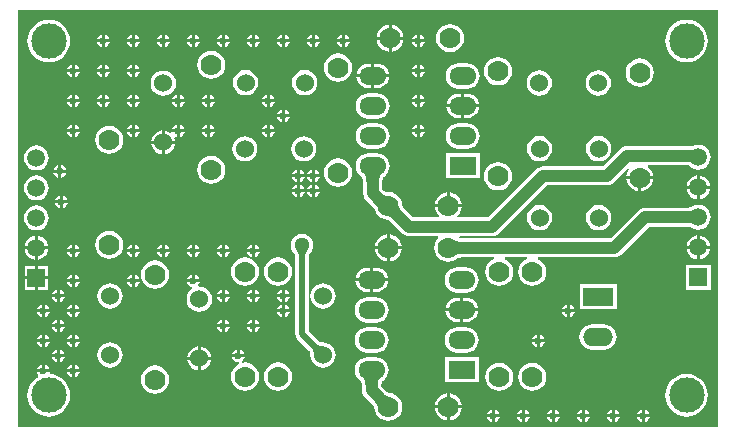
<source format=gtl>
G04 Layer_Physical_Order=1*
G04 Layer_Color=255*
%FSLAX44Y44*%
%MOMM*%
G71*
G01*
G75*
%ADD10C,1.0000*%
%ADD11C,0.5000*%
%ADD12R,1.5000X1.5000*%
%ADD13C,1.5000*%
%ADD14C,1.7780*%
%ADD15C,1.5240*%
%ADD16R,2.5400X1.5240*%
%ADD17O,2.5400X1.5240*%
%ADD18R,2.2860X1.5240*%
%ADD19O,2.2860X1.5240*%
%ADD20C,3.0000*%
%ADD21C,1.3000*%
%ADD22C,0.6000*%
G36*
X596431Y3569D02*
X3569D01*
Y356431D01*
X596431D01*
Y3569D01*
D02*
G37*
%LPC*%
G36*
X56196Y125730D02*
X52070D01*
Y121604D01*
X52962Y121781D01*
X54794Y123006D01*
X56019Y124838D01*
X56196Y125730D01*
D02*
G37*
G36*
X49530D02*
X45404D01*
X45581Y124838D01*
X46806Y123006D01*
X48638Y121781D01*
X49530Y121604D01*
Y125730D01*
D02*
G37*
G36*
X196220Y146773D02*
X193116Y146364D01*
X190224Y145166D01*
X187740Y143260D01*
X185834Y140776D01*
X184636Y137884D01*
X184227Y134780D01*
X184636Y131676D01*
X185834Y128784D01*
X187740Y126300D01*
X190224Y124394D01*
X193116Y123196D01*
X196220Y122787D01*
X199324Y123196D01*
X202216Y124394D01*
X204700Y126300D01*
X206606Y128784D01*
X207804Y131676D01*
X208213Y134780D01*
X207804Y137884D01*
X206606Y140776D01*
X204700Y143260D01*
X202216Y145166D01*
X199324Y146364D01*
X196220Y146773D01*
D02*
G37*
G36*
X106996Y125730D02*
X102870D01*
Y121604D01*
X103762Y121781D01*
X105594Y123006D01*
X106819Y124838D01*
X106996Y125730D01*
D02*
G37*
G36*
X100330D02*
X96204D01*
X96381Y124838D01*
X97606Y123006D01*
X99438Y121781D01*
X100330Y121604D01*
Y125730D01*
D02*
G37*
G36*
X18288Y128270D02*
X9518D01*
Y119500D01*
X18288D01*
Y128270D01*
D02*
G37*
G36*
X317330Y126470D02*
X304710D01*
Y117492D01*
X307250D01*
X309902Y117842D01*
X312374Y118865D01*
X314496Y120494D01*
X316125Y122616D01*
X317148Y125088D01*
X317330Y126470D01*
D02*
G37*
G36*
X302170D02*
X289550D01*
X289732Y125088D01*
X290755Y122616D01*
X292384Y120494D01*
X294506Y118865D01*
X296978Y117842D01*
X299630Y117492D01*
X302170D01*
Y126470D01*
D02*
G37*
G36*
X120020Y144233D02*
X116916Y143824D01*
X114024Y142626D01*
X111540Y140720D01*
X109634Y138236D01*
X108436Y135344D01*
X108027Y132240D01*
X108436Y129136D01*
X109634Y126244D01*
X111540Y123760D01*
X114024Y121854D01*
X116916Y120656D01*
X120020Y120247D01*
X123124Y120656D01*
X126016Y121854D01*
X128500Y123760D01*
X130406Y126244D01*
X131604Y129136D01*
X132013Y132240D01*
X131604Y135344D01*
X130406Y138236D01*
X128500Y140720D01*
X126016Y142626D01*
X123124Y143824D01*
X120020Y144233D01*
D02*
G37*
G36*
X590500Y140500D02*
X569500D01*
Y119500D01*
X590500D01*
Y140500D01*
D02*
G37*
G36*
X29598Y128270D02*
X20828D01*
Y119500D01*
X29598D01*
Y128270D01*
D02*
G37*
G36*
X302170Y137988D02*
X299630D01*
X296978Y137639D01*
X294506Y136615D01*
X292384Y134986D01*
X290755Y132864D01*
X289732Y130392D01*
X289550Y129010D01*
X302170D01*
Y137988D01*
D02*
G37*
G36*
X153670Y132396D02*
Y128270D01*
X157796D01*
X157619Y129162D01*
X156394Y130994D01*
X154562Y132219D01*
X153670Y132396D01*
D02*
G37*
G36*
X307250Y137988D02*
X304710D01*
Y129010D01*
X317330D01*
X317148Y130392D01*
X316125Y132864D01*
X314496Y134986D01*
X312374Y136615D01*
X309902Y137639D01*
X307250Y137988D01*
D02*
G37*
G36*
X29598Y139580D02*
X20828D01*
Y130810D01*
X29598D01*
Y139580D01*
D02*
G37*
G36*
X18288D02*
X9518D01*
Y130810D01*
X18288D01*
Y139580D01*
D02*
G37*
G36*
X151130Y132396D02*
X150238Y132219D01*
X148406Y130994D01*
X147181Y129162D01*
X147004Y128270D01*
X151130D01*
Y132396D01*
D02*
G37*
G36*
X49530D02*
X48638Y132219D01*
X46806Y130994D01*
X45581Y129162D01*
X45404Y128270D01*
X49530D01*
Y132396D01*
D02*
G37*
G36*
X224160Y146773D02*
X221056Y146364D01*
X218164Y145166D01*
X215680Y143260D01*
X213774Y140776D01*
X212576Y137884D01*
X212167Y134780D01*
X212576Y131676D01*
X213774Y128784D01*
X215680Y126300D01*
X218164Y124394D01*
X221056Y123196D01*
X224160Y122787D01*
X227264Y123196D01*
X230156Y124394D01*
X232640Y126300D01*
X234546Y128784D01*
X235744Y131676D01*
X236153Y134780D01*
X235744Y137884D01*
X234546Y140776D01*
X232640Y143260D01*
X230156Y145166D01*
X227264Y146364D01*
X224160Y146773D01*
D02*
G37*
G36*
X52070Y132396D02*
Y128270D01*
X56196D01*
X56019Y129162D01*
X54794Y130994D01*
X52962Y132219D01*
X52070Y132396D01*
D02*
G37*
G36*
X102870D02*
Y128270D01*
X106996D01*
X106819Y129162D01*
X105594Y130994D01*
X103762Y132219D01*
X102870Y132396D01*
D02*
G37*
G36*
X100330D02*
X99438Y132219D01*
X97606Y130994D01*
X96381Y129162D01*
X96204Y128270D01*
X100330D01*
Y132396D01*
D02*
G37*
G36*
X383450Y138452D02*
X375830D01*
X373058Y138087D01*
X370474Y137017D01*
X368256Y135314D01*
X366553Y133096D01*
X365483Y130512D01*
X365118Y127740D01*
X365483Y124968D01*
X366553Y122384D01*
X368256Y120166D01*
X370474Y118463D01*
X373058Y117393D01*
X375830Y117028D01*
X383450D01*
X386222Y117393D01*
X388806Y118463D01*
X391024Y120166D01*
X392727Y122384D01*
X393797Y124968D01*
X394162Y127740D01*
X393797Y130512D01*
X392727Y133096D01*
X391024Y135314D01*
X388806Y137017D01*
X386222Y138087D01*
X383450Y138452D01*
D02*
G37*
G36*
X36830Y113030D02*
X32704D01*
X32881Y112138D01*
X34106Y110306D01*
X35938Y109081D01*
X36830Y108904D01*
Y113030D01*
D02*
G37*
G36*
X383450Y112588D02*
X380910D01*
Y103610D01*
X393531D01*
X393349Y104992D01*
X392325Y107464D01*
X390696Y109586D01*
X388574Y111215D01*
X386102Y112239D01*
X383450Y112588D01*
D02*
G37*
G36*
X43496Y113030D02*
X39370D01*
Y108904D01*
X40262Y109081D01*
X42094Y110306D01*
X43319Y112138D01*
X43496Y113030D01*
D02*
G37*
G36*
X183196D02*
X179070D01*
Y108904D01*
X179962Y109081D01*
X181794Y110306D01*
X183019Y112138D01*
X183196Y113030D01*
D02*
G37*
G36*
X176530D02*
X172404D01*
X172581Y112138D01*
X173806Y110306D01*
X175638Y109081D01*
X176530Y108904D01*
Y113030D01*
D02*
G37*
G36*
X378370Y112588D02*
X375830D01*
X373178Y112239D01*
X370706Y111215D01*
X368584Y109586D01*
X366955Y107464D01*
X365932Y104992D01*
X365750Y103610D01*
X378370D01*
Y112588D01*
D02*
G37*
G36*
X471170Y106996D02*
Y102870D01*
X475296D01*
X475119Y103762D01*
X473894Y105594D01*
X472062Y106819D01*
X471170Y106996D01*
D02*
G37*
G36*
X468630D02*
X467738Y106819D01*
X465906Y105594D01*
X464681Y103762D01*
X464504Y102870D01*
X468630D01*
Y106996D01*
D02*
G37*
G36*
X511127Y124158D02*
X479727D01*
Y102918D01*
X511127D01*
Y124158D01*
D02*
G37*
G36*
X262260Y124765D02*
X259488Y124400D01*
X256904Y123330D01*
X254686Y121628D01*
X252983Y119409D01*
X251913Y116826D01*
X251548Y114054D01*
X251913Y111281D01*
X252983Y108698D01*
X254686Y106479D01*
X256904Y104777D01*
X259488Y103707D01*
X262260Y103342D01*
X265032Y103707D01*
X267616Y104777D01*
X269834Y106479D01*
X271537Y108698D01*
X272607Y111281D01*
X272972Y114054D01*
X272607Y116826D01*
X271537Y119409D01*
X269834Y121628D01*
X267616Y123330D01*
X265032Y124400D01*
X262260Y124765D01*
D02*
G37*
G36*
X81920D02*
X79148Y124400D01*
X76564Y123330D01*
X74346Y121628D01*
X72643Y119409D01*
X71573Y116826D01*
X71208Y114054D01*
X71573Y111281D01*
X72643Y108698D01*
X74346Y106479D01*
X76564Y104777D01*
X79148Y103707D01*
X81920Y103342D01*
X84692Y103707D01*
X87276Y104777D01*
X89494Y106479D01*
X91196Y108698D01*
X92267Y111281D01*
X92632Y114054D01*
X92267Y116826D01*
X91196Y119409D01*
X89494Y121628D01*
X87276Y123330D01*
X84692Y124400D01*
X81920Y124765D01*
D02*
G37*
G36*
X201930Y113030D02*
X197804D01*
X197981Y112138D01*
X199206Y110306D01*
X201038Y109081D01*
X201930Y108904D01*
Y113030D01*
D02*
G37*
G36*
Y119696D02*
X201038Y119519D01*
X199206Y118294D01*
X197981Y116462D01*
X197804Y115570D01*
X201930D01*
Y119696D01*
D02*
G37*
G36*
X179070D02*
Y115570D01*
X183196D01*
X183019Y116462D01*
X181794Y118294D01*
X179962Y119519D01*
X179070Y119696D01*
D02*
G37*
G36*
X204470D02*
Y115570D01*
X208596D01*
X208419Y116462D01*
X207194Y118294D01*
X205362Y119519D01*
X204470Y119696D01*
D02*
G37*
G36*
X229870D02*
Y115570D01*
X233996D01*
X233819Y116462D01*
X232594Y118294D01*
X230762Y119519D01*
X229870Y119696D01*
D02*
G37*
G36*
X227330D02*
X226438Y119519D01*
X224606Y118294D01*
X223381Y116462D01*
X223204Y115570D01*
X227330D01*
Y119696D01*
D02*
G37*
G36*
X176530D02*
X175638Y119519D01*
X173806Y118294D01*
X172581Y116462D01*
X172404Y115570D01*
X176530D01*
Y119696D01*
D02*
G37*
G36*
X227330Y113030D02*
X223204D01*
X223381Y112138D01*
X224606Y110306D01*
X226438Y109081D01*
X227330Y108904D01*
Y113030D01*
D02*
G37*
G36*
X208596D02*
X204470D01*
Y108904D01*
X205362Y109081D01*
X207194Y110306D01*
X208419Y112138D01*
X208596Y113030D01*
D02*
G37*
G36*
X233996D02*
X229870D01*
Y108904D01*
X230762Y109081D01*
X232594Y110306D01*
X233819Y112138D01*
X233996Y113030D01*
D02*
G37*
G36*
X39370Y119696D02*
Y115570D01*
X43496D01*
X43319Y116462D01*
X42094Y118294D01*
X40262Y119519D01*
X39370Y119696D01*
D02*
G37*
G36*
X36830D02*
X35938Y119519D01*
X34106Y118294D01*
X32881Y116462D01*
X32704Y115570D01*
X36830D01*
Y119696D01*
D02*
G37*
G36*
X179070Y157796D02*
Y153670D01*
X183196D01*
X183019Y154562D01*
X181794Y156394D01*
X179962Y157619D01*
X179070Y157796D01*
D02*
G37*
G36*
X176530D02*
X175638Y157619D01*
X173806Y156394D01*
X172581Y154562D01*
X172404Y153670D01*
X176530D01*
Y157796D01*
D02*
G37*
G36*
X201930D02*
X201038Y157619D01*
X199206Y156394D01*
X197981Y154562D01*
X197804Y153670D01*
X201930D01*
Y157796D01*
D02*
G37*
G36*
X18288Y164899D02*
X16937Y164722D01*
X14495Y163710D01*
X12397Y162101D01*
X10788Y160003D01*
X9776Y157561D01*
X9599Y156210D01*
X18288D01*
Y164899D01*
D02*
G37*
G36*
X204470Y157796D02*
Y153670D01*
X208596D01*
X208419Y154562D01*
X207194Y156394D01*
X205362Y157619D01*
X204470Y157796D01*
D02*
G37*
G36*
X153670D02*
Y153670D01*
X157796D01*
X157619Y154562D01*
X156394Y156394D01*
X154562Y157619D01*
X153670Y157796D01*
D02*
G37*
G36*
X102870D02*
Y153670D01*
X106996D01*
X106819Y154562D01*
X105594Y156394D01*
X103762Y157619D01*
X102870Y157796D01*
D02*
G37*
G36*
X100330D02*
X99438Y157619D01*
X97606Y156394D01*
X96381Y154562D01*
X96204Y153670D01*
X100330D01*
Y157796D01*
D02*
G37*
G36*
X125730D02*
X124838Y157619D01*
X123006Y156394D01*
X121781Y154562D01*
X121604Y153670D01*
X125730D01*
Y157796D01*
D02*
G37*
G36*
X151130D02*
X150238Y157619D01*
X148406Y156394D01*
X147181Y154562D01*
X147004Y153670D01*
X151130D01*
Y157796D01*
D02*
G37*
G36*
X128270D02*
Y153670D01*
X132396D01*
X132219Y154562D01*
X130994Y156394D01*
X129162Y157619D01*
X128270Y157796D01*
D02*
G37*
G36*
X20828Y164899D02*
Y156210D01*
X29517D01*
X29340Y157561D01*
X28328Y160003D01*
X26719Y162101D01*
X24621Y163710D01*
X22179Y164722D01*
X20828Y164899D01*
D02*
G37*
G36*
X437196Y11430D02*
X433070D01*
Y7304D01*
X433962Y7481D01*
X435794Y8706D01*
X437019Y10538D01*
X437196Y11430D01*
D02*
G37*
G36*
X495534Y191212D02*
X492761Y190847D01*
X490178Y189777D01*
X487959Y188074D01*
X486257Y185856D01*
X485187Y183272D01*
X484822Y180500D01*
X485187Y177728D01*
X486257Y175144D01*
X487959Y172926D01*
X490178Y171223D01*
X492761Y170153D01*
X495534Y169788D01*
X498306Y170153D01*
X500889Y171223D01*
X503108Y172926D01*
X504810Y175144D01*
X505880Y177728D01*
X506245Y180500D01*
X505880Y183272D01*
X504810Y185856D01*
X503108Y188074D01*
X500889Y189777D01*
X498306Y190847D01*
X495534Y191212D01*
D02*
G37*
G36*
X430530Y11430D02*
X426404D01*
X426581Y10538D01*
X427806Y8706D01*
X429638Y7481D01*
X430530Y7304D01*
Y11430D01*
D02*
G37*
G36*
X39370Y192532D02*
X35244D01*
X35421Y191640D01*
X36646Y189808D01*
X38478Y188583D01*
X39370Y188406D01*
Y192532D01*
D02*
G37*
G36*
X580000Y242191D02*
X577259Y241830D01*
X575224Y240987D01*
X519684D01*
X517596Y240712D01*
X515649Y239906D01*
X513978Y238624D01*
X499324Y223969D01*
X448564D01*
X446476Y223694D01*
X444529Y222888D01*
X442858Y221606D01*
X402042Y180789D01*
X376396D01*
X375988Y181992D01*
X376452Y182348D01*
X378284Y184736D01*
X379436Y187516D01*
X379661Y189230D01*
X356939D01*
X357164Y187516D01*
X358316Y184736D01*
X360148Y182348D01*
X360612Y181992D01*
X360204Y180789D01*
X338622D01*
X331921Y187490D01*
X330986Y188475D01*
X330104Y189537D01*
X329823Y189929D01*
X329609Y190267D01*
X329491Y190490D01*
X329493Y190500D01*
X329084Y193604D01*
X327886Y196496D01*
X325980Y198980D01*
X323496Y200886D01*
X320604Y202084D01*
X317500Y202493D01*
X315423Y202219D01*
X315300Y202231D01*
X315275Y202228D01*
X315134Y202285D01*
X314851Y202434D01*
X314475Y202674D01*
X314050Y202987D01*
X312899Y203978D01*
X312725Y204147D01*
X312369Y204502D01*
Y207274D01*
X312407Y209148D01*
X312545Y211215D01*
X312768Y212977D01*
X313062Y214418D01*
X313219Y214921D01*
X313466Y215023D01*
X315684Y216726D01*
X316675Y218016D01*
X316716Y218053D01*
X316738Y218099D01*
X317386Y218944D01*
X318457Y221528D01*
X318822Y224300D01*
X318457Y227072D01*
X317386Y229656D01*
X315684Y231874D01*
X313466Y233577D01*
X310882Y234647D01*
X308110Y235012D01*
X300490D01*
X297718Y234647D01*
X295134Y233577D01*
X292916Y231874D01*
X291213Y229656D01*
X290143Y227072D01*
X289778Y224300D01*
X290143Y221528D01*
X291213Y218944D01*
X291862Y218099D01*
X291884Y218053D01*
X291925Y218016D01*
X292916Y216726D01*
X295134Y215023D01*
X295381Y214921D01*
X295537Y214418D01*
X295823Y213024D01*
X296194Y209106D01*
X296231Y207274D01*
Y201160D01*
X296506Y199072D01*
X297312Y197125D01*
X298594Y195454D01*
X303462Y190587D01*
X304974Y188965D01*
X305637Y188162D01*
X305811Y187924D01*
X305856Y187852D01*
X305916Y187396D01*
X307114Y184504D01*
X309020Y182020D01*
X311504Y180114D01*
X314396Y178916D01*
X317500Y178507D01*
X317510Y178509D01*
X317733Y178391D01*
X318071Y178177D01*
X318440Y177913D01*
X320158Y176430D01*
X320192Y176397D01*
X329574Y167014D01*
X331245Y165732D01*
X333192Y164926D01*
X335280Y164651D01*
X359449D01*
X359723Y163844D01*
X359790Y163381D01*
X357914Y160936D01*
X356716Y158044D01*
X356307Y154940D01*
X356716Y151836D01*
X357914Y148944D01*
X359820Y146460D01*
X362304Y144554D01*
X365196Y143356D01*
X368300Y142947D01*
X371404Y143356D01*
X374296Y144554D01*
X376780Y146460D01*
X376786Y146468D01*
X377028Y146542D01*
X377417Y146630D01*
X377865Y146704D01*
X380128Y146870D01*
X380176Y146871D01*
X406668D01*
X406920Y145601D01*
X405484Y145006D01*
X403000Y143100D01*
X401094Y140616D01*
X399896Y137724D01*
X399487Y134620D01*
X399896Y131516D01*
X401094Y128624D01*
X403000Y126140D01*
X405484Y124234D01*
X408376Y123036D01*
X411480Y122627D01*
X414584Y123036D01*
X417476Y124234D01*
X419960Y126140D01*
X421866Y128624D01*
X423064Y131516D01*
X423473Y134620D01*
X423064Y137724D01*
X421866Y140616D01*
X419960Y143100D01*
X417476Y145006D01*
X416040Y145601D01*
X416292Y146871D01*
X434608D01*
X434860Y145601D01*
X433424Y145006D01*
X430940Y143100D01*
X429034Y140616D01*
X427836Y137724D01*
X427427Y134620D01*
X427836Y131516D01*
X429034Y128624D01*
X430940Y126140D01*
X433424Y124234D01*
X436316Y123036D01*
X439420Y122627D01*
X442524Y123036D01*
X445416Y124234D01*
X447900Y126140D01*
X449806Y128624D01*
X451004Y131516D01*
X451413Y134620D01*
X451004Y137724D01*
X449806Y140616D01*
X447900Y143100D01*
X445416Y145006D01*
X443980Y145601D01*
X444232Y146871D01*
X509016D01*
X511104Y147146D01*
X513050Y147952D01*
X514722Y149234D01*
X538218Y172731D01*
X571062D01*
X573184Y172682D01*
X573349Y172669D01*
X574705Y171628D01*
X577259Y170570D01*
X580000Y170209D01*
X582741Y170570D01*
X585295Y171628D01*
X587489Y173311D01*
X589172Y175505D01*
X590230Y178059D01*
X590591Y180800D01*
X590230Y183541D01*
X589172Y186095D01*
X587489Y188289D01*
X585295Y189972D01*
X582741Y191030D01*
X580000Y191391D01*
X577259Y191030D01*
X574705Y189972D01*
X573507Y189053D01*
X570024Y188869D01*
X534876D01*
X532788Y188594D01*
X530841Y187788D01*
X529170Y186506D01*
X505674Y163009D01*
X380626D01*
X379268Y163044D01*
X378013Y163160D01*
X377854Y163228D01*
X377747Y163381D01*
X378409Y164651D01*
X405384D01*
X407472Y164926D01*
X409418Y165732D01*
X411090Y167014D01*
X451906Y207831D01*
X502666D01*
X504754Y208106D01*
X506701Y208912D01*
X508372Y210194D01*
X520377Y222199D01*
X521333Y221360D01*
X520416Y220164D01*
X519264Y217384D01*
X519039Y215670D01*
X541761D01*
X541536Y217384D01*
X540384Y220164D01*
X538552Y222552D01*
X537214Y223579D01*
X537645Y224849D01*
X569417D01*
X571128Y224813D01*
X572026Y224743D01*
X572511Y224111D01*
X574705Y222428D01*
X577259Y221370D01*
X580000Y221009D01*
X582741Y221370D01*
X585295Y222428D01*
X587489Y224111D01*
X589172Y226305D01*
X590230Y228859D01*
X590591Y231600D01*
X590230Y234341D01*
X589172Y236895D01*
X587489Y239089D01*
X585295Y240772D01*
X582741Y241830D01*
X580000Y242191D01*
D02*
G37*
G36*
X445546Y191212D02*
X442774Y190847D01*
X440191Y189777D01*
X437972Y188074D01*
X436270Y185856D01*
X435200Y183272D01*
X434835Y180500D01*
X435200Y177728D01*
X436270Y175144D01*
X437972Y172926D01*
X440191Y171223D01*
X442774Y170153D01*
X445546Y169788D01*
X448319Y170153D01*
X450902Y171223D01*
X453121Y172926D01*
X454823Y175144D01*
X455893Y177728D01*
X456258Y180500D01*
X455893Y183272D01*
X454823Y185856D01*
X453121Y188074D01*
X450902Y189777D01*
X448319Y190847D01*
X445546Y191212D01*
D02*
G37*
G36*
X318770Y166301D02*
Y156210D01*
X328861D01*
X328636Y157924D01*
X327484Y160704D01*
X325652Y163092D01*
X323264Y164924D01*
X320484Y166076D01*
X318770Y166301D01*
D02*
G37*
G36*
X316230D02*
X314516Y166076D01*
X311736Y164924D01*
X309348Y163092D01*
X307516Y160704D01*
X306364Y157924D01*
X306139Y156210D01*
X316230D01*
Y166301D01*
D02*
G37*
G36*
X578730Y165359D02*
X577379Y165182D01*
X574937Y164170D01*
X572839Y162561D01*
X571230Y160463D01*
X570218Y158021D01*
X570041Y156670D01*
X578730D01*
Y165359D01*
D02*
G37*
G36*
X19558Y190931D02*
X16817Y190570D01*
X14263Y189512D01*
X12069Y187829D01*
X10386Y185635D01*
X9328Y183081D01*
X8967Y180340D01*
X9328Y177599D01*
X10386Y175045D01*
X12069Y172851D01*
X14263Y171168D01*
X16817Y170110D01*
X19558Y169749D01*
X22299Y170110D01*
X24853Y171168D01*
X27047Y172851D01*
X28730Y175045D01*
X29788Y177599D01*
X30149Y180340D01*
X29788Y183081D01*
X28730Y185635D01*
X27047Y187829D01*
X24853Y189512D01*
X22299Y190570D01*
X19558Y190931D01*
D02*
G37*
G36*
X581270Y165359D02*
Y156670D01*
X589959D01*
X589782Y158021D01*
X588770Y160463D01*
X587161Y162561D01*
X585063Y164170D01*
X582621Y165182D01*
X581270Y165359D01*
D02*
G37*
G36*
X49530Y151130D02*
X45404D01*
X45581Y150238D01*
X46806Y148406D01*
X48638Y147181D01*
X49530Y147004D01*
Y151130D01*
D02*
G37*
G36*
X81280Y169473D02*
X78176Y169064D01*
X75284Y167866D01*
X72800Y165960D01*
X70894Y163476D01*
X69696Y160584D01*
X69287Y157480D01*
X69696Y154376D01*
X70894Y151484D01*
X72800Y149000D01*
X75284Y147094D01*
X78176Y145896D01*
X81280Y145487D01*
X84384Y145896D01*
X87276Y147094D01*
X89760Y149000D01*
X91666Y151484D01*
X92864Y154376D01*
X93273Y157480D01*
X92864Y160584D01*
X91666Y163476D01*
X89760Y165960D01*
X87276Y167866D01*
X84384Y169064D01*
X81280Y169473D01*
D02*
G37*
G36*
X56196Y151130D02*
X52070D01*
Y147004D01*
X52962Y147181D01*
X54794Y148406D01*
X56019Y150238D01*
X56196Y151130D01*
D02*
G37*
G36*
X106996D02*
X102870D01*
Y147004D01*
X103762Y147181D01*
X105594Y148406D01*
X106819Y150238D01*
X106996Y151130D01*
D02*
G37*
G36*
X100330D02*
X96204D01*
X96381Y150238D01*
X97606Y148406D01*
X99438Y147181D01*
X100330Y147004D01*
Y151130D01*
D02*
G37*
G36*
X589959Y154130D02*
X581270D01*
Y145441D01*
X582621Y145618D01*
X585063Y146630D01*
X587161Y148239D01*
X588770Y150337D01*
X589782Y152779D01*
X589959Y154130D01*
D02*
G37*
G36*
X328861Y153670D02*
X318770D01*
Y143579D01*
X320484Y143804D01*
X323264Y144956D01*
X325652Y146788D01*
X327484Y149176D01*
X328636Y151956D01*
X328861Y153670D01*
D02*
G37*
G36*
X316230D02*
X306139D01*
X306364Y151956D01*
X307516Y149176D01*
X309348Y146788D01*
X311736Y144956D01*
X314516Y143804D01*
X316230Y143579D01*
Y153670D01*
D02*
G37*
G36*
X18288D02*
X9599D01*
X9776Y152319D01*
X10788Y149877D01*
X12397Y147779D01*
X14495Y146170D01*
X16937Y145158D01*
X18288Y144981D01*
Y153670D01*
D02*
G37*
G36*
X578730Y154130D02*
X570041D01*
X570218Y152779D01*
X571230Y150337D01*
X572839Y148239D01*
X574937Y146630D01*
X577379Y145618D01*
X578730Y145441D01*
Y154130D01*
D02*
G37*
G36*
X29517Y153670D02*
X20828D01*
Y144981D01*
X22179Y145158D01*
X24621Y146170D01*
X26719Y147779D01*
X28328Y149877D01*
X29340Y152319D01*
X29517Y153670D01*
D02*
G37*
G36*
X125730Y151130D02*
X121604D01*
X121781Y150238D01*
X123006Y148406D01*
X124838Y147181D01*
X125730Y147004D01*
Y151130D01*
D02*
G37*
G36*
X462596Y11430D02*
X458470D01*
Y7304D01*
X459362Y7481D01*
X461194Y8706D01*
X462419Y10538D01*
X462596Y11430D01*
D02*
G37*
G36*
X208596Y151130D02*
X204470D01*
Y147004D01*
X205362Y147181D01*
X207194Y148406D01*
X208419Y150238D01*
X208596Y151130D01*
D02*
G37*
G36*
X455930Y11430D02*
X451804D01*
X451981Y10538D01*
X453206Y8706D01*
X455038Y7481D01*
X455930Y7304D01*
Y11430D01*
D02*
G37*
G36*
X52070Y157796D02*
Y153670D01*
X56196D01*
X56019Y154562D01*
X54794Y156394D01*
X52962Y157619D01*
X52070Y157796D01*
D02*
G37*
G36*
X49530D02*
X48638Y157619D01*
X46806Y156394D01*
X45581Y154562D01*
X45404Y153670D01*
X49530D01*
Y157796D01*
D02*
G37*
G36*
X201930Y151130D02*
X197804D01*
X197981Y150238D01*
X199206Y148406D01*
X201038Y147181D01*
X201930Y147004D01*
Y151130D01*
D02*
G37*
G36*
X151130D02*
X147004D01*
X147181Y150238D01*
X148406Y148406D01*
X150238Y147181D01*
X151130Y147004D01*
Y151130D01*
D02*
G37*
G36*
X132396D02*
X128270D01*
Y147004D01*
X129162Y147181D01*
X130994Y148406D01*
X132219Y150238D01*
X132396Y151130D01*
D02*
G37*
G36*
X157796D02*
X153670D01*
Y147004D01*
X154562Y147181D01*
X156394Y148406D01*
X157619Y150238D01*
X157796Y151130D01*
D02*
G37*
G36*
X183196D02*
X179070D01*
Y147004D01*
X179962Y147181D01*
X181794Y148406D01*
X183019Y150238D01*
X183196Y151130D01*
D02*
G37*
G36*
X176530D02*
X172404D01*
X172581Y150238D01*
X173806Y148406D01*
X175638Y147181D01*
X176530Y147004D01*
Y151130D01*
D02*
G37*
G36*
X229870Y106996D02*
Y102870D01*
X233996D01*
X233819Y103762D01*
X232594Y105594D01*
X230762Y106819D01*
X229870Y106996D01*
D02*
G37*
G36*
X49530Y49530D02*
X45404D01*
X45581Y48638D01*
X46806Y46806D01*
X48638Y45581D01*
X49530Y45404D01*
Y49530D01*
D02*
G37*
G36*
X394070Y62160D02*
X365210D01*
Y40920D01*
X394070D01*
Y62160D01*
D02*
G37*
G36*
X56196Y49530D02*
X52070D01*
Y45404D01*
X52962Y45581D01*
X54794Y46806D01*
X56019Y48638D01*
X56196Y49530D01*
D02*
G37*
G36*
X167561Y60096D02*
X158750D01*
Y51286D01*
X160132Y51468D01*
X162604Y52492D01*
X164726Y54120D01*
X166355Y56243D01*
X167379Y58714D01*
X167561Y60096D01*
D02*
G37*
G36*
X156210D02*
X147400D01*
X147582Y58714D01*
X148605Y56243D01*
X150234Y54120D01*
X152356Y52492D01*
X154828Y51468D01*
X156210Y51286D01*
Y60096D01*
D02*
G37*
G36*
X487996Y11430D02*
X483870D01*
Y7304D01*
X484762Y7481D01*
X486594Y8706D01*
X487819Y10538D01*
X487996Y11430D01*
D02*
G37*
G36*
X411480Y57713D02*
X408376Y57304D01*
X405484Y56106D01*
X403000Y54200D01*
X401094Y51716D01*
X399896Y48824D01*
X399487Y45720D01*
X399896Y42616D01*
X401094Y39724D01*
X403000Y37240D01*
X405484Y35334D01*
X408376Y34136D01*
X411480Y33727D01*
X414584Y34136D01*
X417476Y35334D01*
X419960Y37240D01*
X421866Y39724D01*
X423064Y42616D01*
X423473Y45720D01*
X423064Y48824D01*
X421866Y51716D01*
X419960Y54200D01*
X417476Y56106D01*
X414584Y57304D01*
X411480Y57713D01*
D02*
G37*
G36*
X120020Y55333D02*
X116916Y54924D01*
X114024Y53726D01*
X111540Y51820D01*
X109634Y49336D01*
X108436Y46444D01*
X108027Y43340D01*
X108436Y40236D01*
X109634Y37344D01*
X111540Y34860D01*
X114024Y32954D01*
X116916Y31756D01*
X120020Y31347D01*
X123124Y31756D01*
X126016Y32954D01*
X128500Y34860D01*
X130406Y37344D01*
X131604Y40236D01*
X132013Y43340D01*
X131604Y46444D01*
X130406Y49336D01*
X128500Y51820D01*
X126016Y53726D01*
X123124Y54924D01*
X120020Y55333D01*
D02*
G37*
G36*
X439420Y57713D02*
X436316Y57304D01*
X433424Y56106D01*
X430940Y54200D01*
X429034Y51716D01*
X427836Y48824D01*
X427427Y45720D01*
X427836Y42616D01*
X429034Y39724D01*
X430940Y37240D01*
X433424Y35334D01*
X436316Y34136D01*
X439420Y33727D01*
X442524Y34136D01*
X445416Y35334D01*
X447900Y37240D01*
X449806Y39724D01*
X451004Y42616D01*
X451413Y45720D01*
X451004Y48824D01*
X449806Y51716D01*
X447900Y54200D01*
X445416Y56106D01*
X442524Y57304D01*
X439420Y57713D01*
D02*
G37*
G36*
X224160Y57873D02*
X221056Y57464D01*
X218164Y56266D01*
X215680Y54360D01*
X213774Y51876D01*
X212576Y48984D01*
X212167Y45880D01*
X212576Y42776D01*
X213774Y39884D01*
X215680Y37400D01*
X218164Y35494D01*
X221056Y34296D01*
X224160Y33887D01*
X227264Y34296D01*
X230156Y35494D01*
X232640Y37400D01*
X234546Y39884D01*
X235744Y42776D01*
X236153Y45880D01*
X235744Y48984D01*
X234546Y51876D01*
X232640Y54360D01*
X230156Y56266D01*
X227264Y57464D01*
X224160Y57873D01*
D02*
G37*
G36*
X195896Y62230D02*
X185104D01*
X185281Y61338D01*
X186506Y59506D01*
X188338Y58281D01*
X190500Y57852D01*
X190948Y57941D01*
X191319Y56719D01*
X190224Y56266D01*
X187740Y54360D01*
X185834Y51876D01*
X184636Y48984D01*
X184227Y45880D01*
X184636Y42776D01*
X185834Y39884D01*
X187740Y37400D01*
X190224Y35494D01*
X193116Y34296D01*
X196220Y33887D01*
X199324Y34296D01*
X202216Y35494D01*
X204700Y37400D01*
X206606Y39884D01*
X207804Y42776D01*
X208213Y45880D01*
X207804Y48984D01*
X206606Y51876D01*
X204700Y54360D01*
X202216Y56266D01*
X199324Y57464D01*
X196220Y57873D01*
X193873Y57564D01*
X193414Y58784D01*
X194494Y59506D01*
X195719Y61338D01*
X195896Y62230D01*
D02*
G37*
G36*
X24130Y56196D02*
X23238Y56019D01*
X21406Y54794D01*
X20181Y52962D01*
X20004Y52070D01*
X24130D01*
Y56196D01*
D02*
G37*
G36*
X156210Y71447D02*
X154828Y71265D01*
X152356Y70241D01*
X150234Y68613D01*
X148605Y66490D01*
X147582Y64019D01*
X147400Y62636D01*
X156210D01*
Y71447D01*
D02*
G37*
G36*
X43496Y62230D02*
X39370D01*
Y58104D01*
X40262Y58281D01*
X42094Y59506D01*
X43319Y61338D01*
X43496Y62230D01*
D02*
G37*
G36*
X158750Y71447D02*
Y62636D01*
X167561D01*
X167379Y64019D01*
X166355Y66490D01*
X164726Y68613D01*
X162604Y70241D01*
X160132Y71265D01*
X158750Y71447D01*
D02*
G37*
G36*
X36830Y68896D02*
X35938Y68719D01*
X34106Y67494D01*
X32881Y65662D01*
X32704Y64770D01*
X36830D01*
Y68896D01*
D02*
G37*
G36*
X481330Y11430D02*
X477204D01*
X477381Y10538D01*
X478606Y8706D01*
X480438Y7481D01*
X481330Y7304D01*
Y11430D01*
D02*
G37*
G36*
X36830Y62230D02*
X32704D01*
X32881Y61338D01*
X34106Y59506D01*
X35938Y58281D01*
X36830Y58104D01*
Y62230D01*
D02*
G37*
G36*
X49530Y56196D02*
X48638Y56019D01*
X46806Y54794D01*
X45581Y52962D01*
X45404Y52070D01*
X49530D01*
Y56196D01*
D02*
G37*
G36*
X26670D02*
Y52070D01*
X30796D01*
X30619Y52962D01*
X29394Y54794D01*
X27562Y56019D01*
X26670Y56196D01*
D02*
G37*
G36*
X52070D02*
Y52070D01*
X56196D01*
X56019Y52962D01*
X54794Y54794D01*
X52962Y56019D01*
X52070Y56196D01*
D02*
G37*
G36*
X244348Y166554D02*
X241868Y166227D01*
X239557Y165270D01*
X237573Y163748D01*
X236050Y161763D01*
X235093Y159452D01*
X234766Y156972D01*
X235093Y154492D01*
X236050Y152181D01*
X237573Y150197D01*
X237691Y150106D01*
X237871Y149914D01*
X238059Y149678D01*
X238221Y149433D01*
X238362Y149175D01*
X238484Y148898D01*
X238587Y148597D01*
X238670Y148268D01*
X238734Y147906D01*
X238740Y147840D01*
Y81978D01*
X239167Y79832D01*
X240383Y78013D01*
X250453Y67943D01*
X250580Y67780D01*
X250812Y67424D01*
X251012Y67050D01*
X251182Y66655D01*
X251324Y66231D01*
X251437Y65775D01*
X251518Y65282D01*
X251567Y64748D01*
X251577Y64288D01*
X251548Y64066D01*
X251913Y61294D01*
X252983Y58711D01*
X254686Y56492D01*
X256904Y54790D01*
X259488Y53720D01*
X262260Y53355D01*
X265032Y53720D01*
X267616Y54790D01*
X269834Y56492D01*
X271537Y58711D01*
X272607Y61294D01*
X272972Y64066D01*
X272607Y66839D01*
X271537Y69422D01*
X269834Y71641D01*
X267616Y73343D01*
X265032Y74413D01*
X262260Y74778D01*
X262038Y74749D01*
X261579Y74759D01*
X261045Y74808D01*
X260552Y74890D01*
X260095Y75002D01*
X259672Y75144D01*
X259276Y75314D01*
X258902Y75514D01*
X258546Y75747D01*
X258384Y75873D01*
X249956Y84301D01*
Y147840D01*
X249962Y147906D01*
X250026Y148268D01*
X250110Y148598D01*
X250212Y148898D01*
X250334Y149174D01*
X250475Y149433D01*
X250637Y149677D01*
X250825Y149914D01*
X251005Y150106D01*
X251123Y150197D01*
X252646Y152181D01*
X253603Y154492D01*
X253930Y156972D01*
X253603Y159452D01*
X252646Y161763D01*
X251123Y163748D01*
X249139Y165270D01*
X246828Y166227D01*
X244348Y166554D01*
D02*
G37*
G36*
X81920Y74778D02*
X79148Y74413D01*
X76564Y73343D01*
X74346Y71641D01*
X72643Y69422D01*
X71573Y66839D01*
X71208Y64066D01*
X71573Y61294D01*
X72643Y58711D01*
X74346Y56492D01*
X76564Y54790D01*
X79148Y53720D01*
X81920Y53355D01*
X84692Y53720D01*
X87276Y54790D01*
X89494Y56492D01*
X91196Y58711D01*
X92267Y61294D01*
X92632Y64066D01*
X92267Y66839D01*
X91196Y69422D01*
X89494Y71641D01*
X87276Y73343D01*
X84692Y74413D01*
X81920Y74778D01*
D02*
G37*
G36*
X570000Y48087D02*
X566471Y47740D01*
X563078Y46710D01*
X559951Y45039D01*
X557211Y42790D01*
X554961Y40049D01*
X553290Y36922D01*
X552261Y33529D01*
X551913Y30000D01*
X552261Y26471D01*
X553290Y23078D01*
X554961Y19951D01*
X557211Y17211D01*
X559951Y14961D01*
X563078Y13290D01*
X566471Y12261D01*
X570000Y11913D01*
X573529Y12261D01*
X576922Y13290D01*
X580049Y14961D01*
X582789Y17211D01*
X585039Y19951D01*
X586710Y23078D01*
X587739Y26471D01*
X588087Y30000D01*
X587739Y33529D01*
X586710Y36922D01*
X585039Y40049D01*
X582789Y42790D01*
X580049Y45039D01*
X576922Y46710D01*
X573529Y47740D01*
X570000Y48087D01*
D02*
G37*
G36*
X30796Y49530D02*
X20004D01*
X20181Y48638D01*
X21184Y47138D01*
X21055Y45629D01*
X19951Y45039D01*
X17211Y42790D01*
X14961Y40049D01*
X13290Y36922D01*
X12261Y33529D01*
X11913Y30000D01*
X12261Y26471D01*
X13290Y23078D01*
X14961Y19951D01*
X17211Y17211D01*
X19951Y14961D01*
X23078Y13290D01*
X26471Y12261D01*
X30000Y11913D01*
X33529Y12261D01*
X36922Y13290D01*
X40049Y14961D01*
X42790Y17211D01*
X45039Y19951D01*
X46710Y23078D01*
X47740Y26471D01*
X48087Y30000D01*
X47740Y33529D01*
X46710Y36922D01*
X45039Y40049D01*
X42790Y42790D01*
X40049Y45039D01*
X36922Y46710D01*
X33529Y47740D01*
X31559Y47934D01*
X30748Y49290D01*
X30796Y49530D01*
D02*
G37*
G36*
X405130Y18096D02*
X404238Y17919D01*
X402406Y16694D01*
X401181Y14862D01*
X401004Y13970D01*
X405130D01*
Y18096D01*
D02*
G37*
G36*
X430530D02*
X429638Y17919D01*
X427806Y16694D01*
X426581Y14862D01*
X426404Y13970D01*
X430530D01*
Y18096D01*
D02*
G37*
G36*
X407670D02*
Y13970D01*
X411796D01*
X411619Y14862D01*
X410394Y16694D01*
X408562Y17919D01*
X407670Y18096D01*
D02*
G37*
G36*
X379661Y19050D02*
X369570D01*
Y8959D01*
X371284Y9184D01*
X374064Y10336D01*
X376452Y12168D01*
X378284Y14556D01*
X379436Y17336D01*
X379661Y19050D01*
D02*
G37*
G36*
X532130Y11430D02*
X528004D01*
X528181Y10538D01*
X529406Y8706D01*
X531238Y7481D01*
X532130Y7304D01*
Y11430D01*
D02*
G37*
G36*
X513396D02*
X509270D01*
Y7304D01*
X510162Y7481D01*
X511994Y8706D01*
X513219Y10538D01*
X513396Y11430D01*
D02*
G37*
G36*
X538796D02*
X534670D01*
Y7304D01*
X535562Y7481D01*
X537394Y8706D01*
X538619Y10538D01*
X538796Y11430D01*
D02*
G37*
G36*
X367030Y19050D02*
X356939D01*
X357164Y17336D01*
X358316Y14556D01*
X360148Y12168D01*
X362536Y10336D01*
X365316Y9184D01*
X367030Y8959D01*
Y19050D01*
D02*
G37*
G36*
X307250Y62252D02*
X299630D01*
X296858Y61887D01*
X294274Y60817D01*
X292056Y59114D01*
X290353Y56896D01*
X289283Y54312D01*
X288918Y51540D01*
X289283Y48768D01*
X290353Y46184D01*
X292056Y43966D01*
X294274Y42263D01*
X294530Y42158D01*
X294748Y41438D01*
X295003Y40156D01*
X295339Y36525D01*
X295371Y34877D01*
Y34380D01*
X295646Y32292D01*
X296452Y30345D01*
X297734Y28674D01*
X303079Y23330D01*
X304014Y22345D01*
X304896Y21283D01*
X305177Y20891D01*
X305391Y20553D01*
X305509Y20330D01*
X305507Y20320D01*
X305916Y17216D01*
X307114Y14324D01*
X309020Y11840D01*
X311504Y9934D01*
X314396Y8736D01*
X317500Y8327D01*
X320604Y8736D01*
X323496Y9934D01*
X325980Y11840D01*
X327886Y14324D01*
X329084Y17216D01*
X329493Y20320D01*
X329084Y23424D01*
X327886Y26316D01*
X325980Y28800D01*
X323496Y30706D01*
X320604Y31904D01*
X317500Y32313D01*
X317490Y32311D01*
X317267Y32429D01*
X316929Y32643D01*
X316560Y32908D01*
X314842Y34390D01*
X314808Y34423D01*
X311611Y37621D01*
X311667Y38481D01*
X311868Y40111D01*
X312132Y41438D01*
X312350Y42158D01*
X312606Y42263D01*
X314824Y43966D01*
X316527Y46184D01*
X317597Y48768D01*
X317962Y51540D01*
X317597Y54312D01*
X316527Y56896D01*
X314824Y59114D01*
X312606Y60817D01*
X310022Y61887D01*
X307250Y62252D01*
D02*
G37*
G36*
X433070Y18096D02*
Y13970D01*
X437196D01*
X437019Y14862D01*
X435794Y16694D01*
X433962Y17919D01*
X433070Y18096D01*
D02*
G37*
G36*
X534670D02*
Y13970D01*
X538796D01*
X538619Y14862D01*
X537394Y16694D01*
X535562Y17919D01*
X534670Y18096D01*
D02*
G37*
G36*
X532130D02*
X531238Y17919D01*
X529406Y16694D01*
X528181Y14862D01*
X528004Y13970D01*
X532130D01*
Y18096D01*
D02*
G37*
G36*
X506730Y11430D02*
X502604D01*
X502781Y10538D01*
X504006Y8706D01*
X505838Y7481D01*
X506730Y7304D01*
Y11430D01*
D02*
G37*
G36*
X369570Y31681D02*
Y21590D01*
X379661D01*
X379436Y23304D01*
X378284Y26084D01*
X376452Y28472D01*
X374064Y30304D01*
X371284Y31456D01*
X369570Y31681D01*
D02*
G37*
G36*
X367030D02*
X365316Y31456D01*
X362536Y30304D01*
X360148Y28472D01*
X358316Y26084D01*
X357164Y23304D01*
X356939Y21590D01*
X367030D01*
Y31681D01*
D02*
G37*
G36*
X509270Y18096D02*
Y13970D01*
X513396D01*
X513219Y14862D01*
X511994Y16694D01*
X510162Y17919D01*
X509270Y18096D01*
D02*
G37*
G36*
X458470D02*
Y13970D01*
X462596D01*
X462419Y14862D01*
X461194Y16694D01*
X459362Y17919D01*
X458470Y18096D01*
D02*
G37*
G36*
X455930D02*
X455038Y17919D01*
X453206Y16694D01*
X451981Y14862D01*
X451804Y13970D01*
X455930D01*
Y18096D01*
D02*
G37*
G36*
X481330D02*
X480438Y17919D01*
X478606Y16694D01*
X477381Y14862D01*
X477204Y13970D01*
X481330D01*
Y18096D01*
D02*
G37*
G36*
X506730D02*
X505838Y17919D01*
X504006Y16694D01*
X502781Y14862D01*
X502604Y13970D01*
X506730D01*
Y18096D01*
D02*
G37*
G36*
X483870D02*
Y13970D01*
X487996D01*
X487819Y14862D01*
X486594Y16694D01*
X484762Y17919D01*
X483870Y18096D01*
D02*
G37*
G36*
X39370Y68896D02*
Y64770D01*
X43496D01*
X43319Y65662D01*
X42094Y67494D01*
X40262Y68719D01*
X39370Y68896D01*
D02*
G37*
G36*
X378370Y101070D02*
X365750D01*
X365932Y99688D01*
X366955Y97216D01*
X368584Y95094D01*
X370706Y93465D01*
X373178Y92442D01*
X375830Y92092D01*
X378370D01*
Y101070D01*
D02*
G37*
G36*
X307250Y113052D02*
X299630D01*
X296858Y112687D01*
X294274Y111617D01*
X292056Y109914D01*
X290353Y107696D01*
X289283Y105112D01*
X288918Y102340D01*
X289283Y99568D01*
X290353Y96984D01*
X292056Y94766D01*
X294274Y93063D01*
X296858Y91993D01*
X299630Y91628D01*
X307250D01*
X310022Y91993D01*
X312606Y93063D01*
X314824Y94766D01*
X316527Y96984D01*
X317597Y99568D01*
X317962Y102340D01*
X317597Y105112D01*
X316527Y107696D01*
X314824Y109914D01*
X312606Y111617D01*
X310022Y112687D01*
X307250Y113052D01*
D02*
G37*
G36*
X393531Y101070D02*
X380910D01*
Y92092D01*
X383450D01*
X386102Y92442D01*
X388574Y93465D01*
X390696Y95094D01*
X392325Y97216D01*
X393349Y99688D01*
X393531Y101070D01*
D02*
G37*
G36*
X30796Y100330D02*
X26670D01*
Y96204D01*
X27562Y96381D01*
X29394Y97606D01*
X30619Y99438D01*
X30796Y100330D01*
D02*
G37*
G36*
X24130D02*
X20004D01*
X20181Y99438D01*
X21406Y97606D01*
X23238Y96381D01*
X24130Y96204D01*
Y100330D01*
D02*
G37*
G36*
X204470Y94296D02*
Y90170D01*
X208596D01*
X208419Y91062D01*
X207194Y92894D01*
X205362Y94119D01*
X204470Y94296D01*
D02*
G37*
G36*
X39370D02*
Y90170D01*
X43496D01*
X43319Y91062D01*
X42094Y92894D01*
X40262Y94119D01*
X39370Y94296D01*
D02*
G37*
G36*
X36830D02*
X35938Y94119D01*
X34106Y92894D01*
X32881Y91062D01*
X32704Y90170D01*
X36830D01*
Y94296D01*
D02*
G37*
G36*
X176530D02*
X175638Y94119D01*
X173806Y92894D01*
X172581Y91062D01*
X172404Y90170D01*
X176530D01*
Y94296D01*
D02*
G37*
G36*
X201930D02*
X201038Y94119D01*
X199206Y92894D01*
X197981Y91062D01*
X197804Y90170D01*
X201930D01*
Y94296D01*
D02*
G37*
G36*
X179070D02*
Y90170D01*
X183196D01*
X183019Y91062D01*
X181794Y92894D01*
X179962Y94119D01*
X179070Y94296D01*
D02*
G37*
G36*
X49530Y100330D02*
X45404D01*
X45581Y99438D01*
X46806Y97606D01*
X48638Y96381D01*
X49530Y96204D01*
Y100330D01*
D02*
G37*
G36*
X26670Y106996D02*
Y102870D01*
X30796D01*
X30619Y103762D01*
X29394Y105594D01*
X27562Y106819D01*
X26670Y106996D01*
D02*
G37*
G36*
X24130D02*
X23238Y106819D01*
X21406Y105594D01*
X20181Y103762D01*
X20004Y102870D01*
X24130D01*
Y106996D01*
D02*
G37*
G36*
X49530D02*
X48638Y106819D01*
X46806Y105594D01*
X45581Y103762D01*
X45404Y102870D01*
X49530D01*
Y106996D01*
D02*
G37*
G36*
X227330D02*
X226438Y106819D01*
X224606Y105594D01*
X223381Y103762D01*
X223204Y102870D01*
X227330D01*
Y106996D01*
D02*
G37*
G36*
X52070D02*
Y102870D01*
X56196D01*
X56019Y103762D01*
X54794Y105594D01*
X52962Y106819D01*
X52070Y106996D01*
D02*
G37*
G36*
X157796Y125730D02*
X147004D01*
X147181Y124838D01*
X148406Y123006D01*
X150238Y121781D01*
X151271Y121576D01*
X151587Y120218D01*
X149906Y118928D01*
X148203Y116709D01*
X147133Y114126D01*
X146768Y111354D01*
X147133Y108581D01*
X148203Y105998D01*
X149906Y103779D01*
X152124Y102077D01*
X154708Y101007D01*
X157480Y100642D01*
X160252Y101007D01*
X162836Y102077D01*
X165054Y103779D01*
X166757Y105998D01*
X167827Y108581D01*
X168192Y111354D01*
X167827Y114126D01*
X166757Y116709D01*
X165054Y118928D01*
X162836Y120630D01*
X160252Y121700D01*
X157480Y122065D01*
X157148Y122022D01*
X156848Y122413D01*
X156539Y123222D01*
X157619Y124838D01*
X157796Y125730D01*
D02*
G37*
G36*
X227330Y100330D02*
X223204D01*
X223381Y99438D01*
X224606Y97606D01*
X226438Y96381D01*
X227330Y96204D01*
Y100330D01*
D02*
G37*
G36*
X56196D02*
X52070D01*
Y96204D01*
X52962Y96381D01*
X54794Y97606D01*
X56019Y99438D01*
X56196Y100330D01*
D02*
G37*
G36*
X233996D02*
X229870D01*
Y96204D01*
X230762Y96381D01*
X232594Y97606D01*
X233819Y99438D01*
X233996Y100330D01*
D02*
G37*
G36*
X475296D02*
X471170D01*
Y96204D01*
X472062Y96381D01*
X473894Y97606D01*
X475119Y99438D01*
X475296Y100330D01*
D02*
G37*
G36*
X468630D02*
X464504D01*
X464681Y99438D01*
X465906Y97606D01*
X467738Y96381D01*
X468630Y96204D01*
Y100330D01*
D02*
G37*
G36*
X49530Y74930D02*
X45404D01*
X45581Y74038D01*
X46806Y72206D01*
X48638Y70981D01*
X49530Y70804D01*
Y74930D01*
D02*
G37*
G36*
X30796D02*
X26670D01*
Y70804D01*
X27562Y70981D01*
X29394Y72206D01*
X30619Y74038D01*
X30796Y74930D01*
D02*
G37*
G36*
X56196D02*
X52070D01*
Y70804D01*
X52962Y70981D01*
X54794Y72206D01*
X56019Y74038D01*
X56196Y74930D01*
D02*
G37*
G36*
X449896D02*
X445770D01*
Y70804D01*
X446662Y70981D01*
X448494Y72206D01*
X449719Y74038D01*
X449896Y74930D01*
D02*
G37*
G36*
X443230D02*
X439104D01*
X439281Y74038D01*
X440506Y72206D01*
X442338Y70981D01*
X443230Y70804D01*
Y74930D01*
D02*
G37*
G36*
X24130D02*
X20004D01*
X20181Y74038D01*
X21406Y72206D01*
X23238Y70981D01*
X24130Y70804D01*
Y74930D01*
D02*
G37*
G36*
X191770Y68896D02*
Y64770D01*
X195896D01*
X195719Y65662D01*
X194494Y67494D01*
X192662Y68719D01*
X191770Y68896D01*
D02*
G37*
G36*
X189230D02*
X188338Y68719D01*
X186506Y67494D01*
X185281Y65662D01*
X185104Y64770D01*
X189230D01*
Y68896D01*
D02*
G37*
G36*
X307250Y87652D02*
X299630D01*
X296858Y87287D01*
X294274Y86217D01*
X292056Y84514D01*
X290353Y82296D01*
X289283Y79712D01*
X288918Y76940D01*
X289283Y74168D01*
X290353Y71584D01*
X292056Y69366D01*
X294274Y67663D01*
X296858Y66593D01*
X299630Y66228D01*
X307250D01*
X310022Y66593D01*
X312606Y67663D01*
X314824Y69366D01*
X316527Y71584D01*
X317597Y74168D01*
X317962Y76940D01*
X317597Y79712D01*
X316527Y82296D01*
X314824Y84514D01*
X312606Y86217D01*
X310022Y87287D01*
X307250Y87652D01*
D02*
G37*
G36*
X500253Y90214D02*
X490093D01*
X487321Y89849D01*
X484737Y88779D01*
X482519Y87076D01*
X480816Y84858D01*
X479746Y82274D01*
X479381Y79502D01*
X479746Y76730D01*
X480816Y74146D01*
X482519Y71928D01*
X484737Y70225D01*
X487321Y69155D01*
X490093Y68790D01*
X500253D01*
X503025Y69155D01*
X505609Y70225D01*
X507827Y71928D01*
X509530Y74146D01*
X510600Y76730D01*
X510965Y79502D01*
X510600Y82274D01*
X509530Y84858D01*
X507827Y87076D01*
X505609Y88779D01*
X503025Y89849D01*
X500253Y90214D01*
D02*
G37*
G36*
X383450Y87652D02*
X375830D01*
X373058Y87287D01*
X370474Y86217D01*
X368256Y84514D01*
X366553Y82296D01*
X365483Y79712D01*
X365118Y76940D01*
X365483Y74168D01*
X366553Y71584D01*
X368256Y69366D01*
X370474Y67663D01*
X373058Y66593D01*
X375830Y66228D01*
X383450D01*
X386222Y66593D01*
X388806Y67663D01*
X391024Y69366D01*
X392727Y71584D01*
X393797Y74168D01*
X394162Y76940D01*
X393797Y79712D01*
X392727Y82296D01*
X391024Y84514D01*
X388806Y86217D01*
X386222Y87287D01*
X383450Y87652D01*
D02*
G37*
G36*
X24130Y81596D02*
X23238Y81419D01*
X21406Y80194D01*
X20181Y78362D01*
X20004Y77470D01*
X24130D01*
Y81596D01*
D02*
G37*
G36*
X176530Y87630D02*
X172404D01*
X172581Y86738D01*
X173806Y84906D01*
X175638Y83681D01*
X176530Y83504D01*
Y87630D01*
D02*
G37*
G36*
X43496D02*
X39370D01*
Y83504D01*
X40262Y83681D01*
X42094Y84906D01*
X43319Y86738D01*
X43496Y87630D01*
D02*
G37*
G36*
X183196D02*
X179070D01*
Y83504D01*
X179962Y83681D01*
X181794Y84906D01*
X183019Y86738D01*
X183196Y87630D01*
D02*
G37*
G36*
X208596D02*
X204470D01*
Y83504D01*
X205362Y83681D01*
X207194Y84906D01*
X208419Y86738D01*
X208596Y87630D01*
D02*
G37*
G36*
X201930D02*
X197804D01*
X197981Y86738D01*
X199206Y84906D01*
X201038Y83681D01*
X201930Y83504D01*
Y87630D01*
D02*
G37*
G36*
X36830D02*
X32704D01*
X32881Y86738D01*
X34106Y84906D01*
X35938Y83681D01*
X36830Y83504D01*
Y87630D01*
D02*
G37*
G36*
X49530Y81596D02*
X48638Y81419D01*
X46806Y80194D01*
X45581Y78362D01*
X45404Y77470D01*
X49530D01*
Y81596D01*
D02*
G37*
G36*
X26670D02*
Y77470D01*
X30796D01*
X30619Y78362D01*
X29394Y80194D01*
X27562Y81419D01*
X26670Y81596D01*
D02*
G37*
G36*
X52070D02*
Y77470D01*
X56196D01*
X56019Y78362D01*
X54794Y80194D01*
X52962Y81419D01*
X52070Y81596D01*
D02*
G37*
G36*
X445770D02*
Y77470D01*
X449896D01*
X449719Y78362D01*
X448494Y80194D01*
X446662Y81419D01*
X445770Y81596D01*
D02*
G37*
G36*
X443230D02*
X442338Y81419D01*
X440506Y80194D01*
X439281Y78362D01*
X439104Y77470D01*
X443230D01*
Y81596D01*
D02*
G37*
G36*
X46036Y192532D02*
X41910D01*
Y188406D01*
X42802Y188583D01*
X44634Y189808D01*
X45859Y191640D01*
X46036Y192532D01*
D02*
G37*
G36*
X74930Y303530D02*
X70804D01*
X70981Y302638D01*
X72206Y300806D01*
X74038Y299581D01*
X74930Y299404D01*
Y303530D01*
D02*
G37*
G36*
X56196D02*
X52070D01*
Y299404D01*
X52962Y299581D01*
X54794Y300806D01*
X56019Y302638D01*
X56196Y303530D01*
D02*
G37*
G36*
X81596D02*
X77470D01*
Y299404D01*
X78362Y299581D01*
X80194Y300806D01*
X81419Y302638D01*
X81596Y303530D01*
D02*
G37*
G36*
X106996D02*
X102870D01*
Y299404D01*
X103762Y299581D01*
X105594Y300806D01*
X106819Y302638D01*
X106996Y303530D01*
D02*
G37*
G36*
X100330D02*
X96204D01*
X96381Y302638D01*
X97606Y300806D01*
X99438Y299581D01*
X100330Y299404D01*
Y303530D01*
D02*
G37*
G36*
X49530D02*
X45404D01*
X45581Y302638D01*
X46806Y300806D01*
X48638Y299581D01*
X49530Y299404D01*
Y303530D01*
D02*
G37*
G36*
X530400Y315293D02*
X527296Y314884D01*
X524404Y313686D01*
X521920Y311780D01*
X520014Y309296D01*
X518816Y306404D01*
X518407Y303300D01*
X518816Y300196D01*
X520014Y297304D01*
X521920Y294820D01*
X524404Y292914D01*
X527296Y291716D01*
X530400Y291307D01*
X533504Y291716D01*
X536396Y292914D01*
X538880Y294820D01*
X540786Y297304D01*
X541984Y300196D01*
X542393Y303300D01*
X541984Y306404D01*
X540786Y309296D01*
X538880Y311780D01*
X536396Y313686D01*
X533504Y314884D01*
X530400Y315293D01*
D02*
G37*
G36*
X318190Y299230D02*
X305570D01*
Y290252D01*
X308110D01*
X310762Y290602D01*
X313234Y291625D01*
X315356Y293254D01*
X316985Y295376D01*
X318008Y297848D01*
X318190Y299230D01*
D02*
G37*
G36*
X410400Y316393D02*
X407296Y315984D01*
X404404Y314786D01*
X401920Y312880D01*
X400014Y310396D01*
X398816Y307504D01*
X398407Y304400D01*
X398816Y301296D01*
X400014Y298404D01*
X401920Y295920D01*
X404404Y294014D01*
X407296Y292816D01*
X410400Y292407D01*
X413504Y292816D01*
X416396Y294014D01*
X418880Y295920D01*
X420786Y298404D01*
X421984Y301296D01*
X422393Y304400D01*
X421984Y307504D01*
X420786Y310396D01*
X418880Y312880D01*
X416396Y314786D01*
X413504Y315984D01*
X410400Y316393D01*
D02*
G37*
G36*
X167640Y321873D02*
X164536Y321464D01*
X161644Y320266D01*
X159160Y318360D01*
X157254Y315876D01*
X156056Y312984D01*
X155647Y309880D01*
X156056Y306776D01*
X157254Y303884D01*
X159160Y301400D01*
X161644Y299494D01*
X164536Y298296D01*
X167640Y297887D01*
X170744Y298296D01*
X173636Y299494D01*
X176120Y301400D01*
X178026Y303884D01*
X179224Y306776D01*
X179633Y309880D01*
X179224Y312984D01*
X178026Y315876D01*
X176120Y318360D01*
X173636Y320266D01*
X170744Y321464D01*
X167640Y321873D01*
D02*
G37*
G36*
X274960Y319493D02*
X271856Y319084D01*
X268964Y317886D01*
X266480Y315980D01*
X264574Y313496D01*
X263376Y310604D01*
X262967Y307500D01*
X263376Y304396D01*
X264574Y301504D01*
X266480Y299020D01*
X268964Y297114D01*
X271856Y295916D01*
X274960Y295507D01*
X278064Y295916D01*
X280956Y297114D01*
X283440Y299020D01*
X285346Y301504D01*
X286544Y304396D01*
X286953Y307500D01*
X286544Y310604D01*
X285346Y313496D01*
X283440Y315980D01*
X280956Y317886D01*
X278064Y319084D01*
X274960Y319493D01*
D02*
G37*
G36*
X341630Y303530D02*
X337504D01*
X337681Y302638D01*
X338906Y300806D01*
X340738Y299581D01*
X341630Y299404D01*
Y303530D01*
D02*
G37*
G36*
X100330Y310196D02*
X99438Y310019D01*
X97606Y308794D01*
X96381Y306962D01*
X96204Y306070D01*
X100330D01*
Y310196D01*
D02*
G37*
G36*
X77470D02*
Y306070D01*
X81596D01*
X81419Y306962D01*
X80194Y308794D01*
X78362Y310019D01*
X77470Y310196D01*
D02*
G37*
G36*
X102870D02*
Y306070D01*
X106996D01*
X106819Y306962D01*
X105594Y308794D01*
X103762Y310019D01*
X102870Y310196D01*
D02*
G37*
G36*
X344170D02*
Y306070D01*
X348296D01*
X348119Y306962D01*
X346894Y308794D01*
X345062Y310019D01*
X344170Y310196D01*
D02*
G37*
G36*
X341630D02*
X340738Y310019D01*
X338906Y308794D01*
X337681Y306962D01*
X337504Y306070D01*
X341630D01*
Y310196D01*
D02*
G37*
G36*
X74930D02*
X74038Y310019D01*
X72206Y308794D01*
X70981Y306962D01*
X70804Y306070D01*
X74930D01*
Y310196D01*
D02*
G37*
G36*
X303030Y310748D02*
X300490D01*
X297838Y310399D01*
X295366Y309375D01*
X293244Y307746D01*
X291615Y305624D01*
X290592Y303152D01*
X290410Y301770D01*
X303030D01*
Y310748D01*
D02*
G37*
G36*
X348296Y303530D02*
X344170D01*
Y299404D01*
X345062Y299581D01*
X346894Y300806D01*
X348119Y302638D01*
X348296Y303530D01*
D02*
G37*
G36*
X308110Y310748D02*
X305570D01*
Y301770D01*
X318190D01*
X318008Y303152D01*
X316985Y305624D01*
X315356Y307746D01*
X313234Y309375D01*
X310762Y310399D01*
X308110Y310748D01*
D02*
G37*
G36*
X52070Y310196D02*
Y306070D01*
X56196D01*
X56019Y306962D01*
X54794Y308794D01*
X52962Y310019D01*
X52070Y310196D01*
D02*
G37*
G36*
X49530D02*
X48638Y310019D01*
X46806Y308794D01*
X45581Y306962D01*
X45404Y306070D01*
X49530D01*
Y310196D01*
D02*
G37*
G36*
X102870Y284796D02*
Y280670D01*
X106996D01*
X106819Y281562D01*
X105594Y283394D01*
X103762Y284619D01*
X102870Y284796D01*
D02*
G37*
G36*
X100330D02*
X99438Y284619D01*
X97606Y283394D01*
X96381Y281562D01*
X96204Y280670D01*
X100330D01*
Y284796D01*
D02*
G37*
G36*
X138430D02*
X137538Y284619D01*
X135706Y283394D01*
X134481Y281562D01*
X134304Y280670D01*
X138430D01*
Y284796D01*
D02*
G37*
G36*
X163830D02*
X162938Y284619D01*
X161106Y283394D01*
X159881Y281562D01*
X159704Y280670D01*
X163830D01*
Y284796D01*
D02*
G37*
G36*
X140970D02*
Y280670D01*
X145096D01*
X144919Y281562D01*
X143694Y283394D01*
X141862Y284619D01*
X140970Y284796D01*
D02*
G37*
G36*
X77470D02*
Y280670D01*
X81596D01*
X81419Y281562D01*
X80194Y283394D01*
X78362Y284619D01*
X77470Y284796D01*
D02*
G37*
G36*
X384310Y285348D02*
X381770D01*
Y276370D01*
X394390D01*
X394208Y277752D01*
X393185Y280224D01*
X391556Y282346D01*
X389434Y283975D01*
X386962Y284998D01*
X384310Y285348D01*
D02*
G37*
G36*
X379230D02*
X376690D01*
X374038Y284998D01*
X371566Y283975D01*
X369444Y282346D01*
X367815Y280224D01*
X366791Y277752D01*
X366609Y276370D01*
X379230D01*
Y285348D01*
D02*
G37*
G36*
X49530Y284796D02*
X48638Y284619D01*
X46806Y283394D01*
X45581Y281562D01*
X45404Y280670D01*
X49530D01*
Y284796D01*
D02*
G37*
G36*
X74930D02*
X74038Y284619D01*
X72206Y283394D01*
X70981Y281562D01*
X70804Y280670D01*
X74930D01*
Y284796D01*
D02*
G37*
G36*
X52070D02*
Y280670D01*
X56196D01*
X56019Y281562D01*
X54794Y283394D01*
X52962Y284619D01*
X52070Y284796D01*
D02*
G37*
G36*
X166370D02*
Y280670D01*
X170496D01*
X170319Y281562D01*
X169094Y283394D01*
X167262Y284619D01*
X166370Y284796D01*
D02*
G37*
G36*
X196626Y305512D02*
X193854Y305147D01*
X191271Y304077D01*
X189052Y302374D01*
X187350Y300156D01*
X186280Y297572D01*
X185915Y294800D01*
X186280Y292028D01*
X187350Y289444D01*
X189052Y287226D01*
X191271Y285523D01*
X193854Y284453D01*
X196626Y284088D01*
X199399Y284453D01*
X201982Y285523D01*
X204201Y287226D01*
X205903Y289444D01*
X206973Y292028D01*
X207338Y294800D01*
X206973Y297572D01*
X205903Y300156D01*
X204201Y302374D01*
X201982Y304077D01*
X199399Y305147D01*
X196626Y305512D01*
D02*
G37*
G36*
X495394Y305112D02*
X492621Y304747D01*
X490038Y303677D01*
X487819Y301974D01*
X486117Y299756D01*
X485047Y297172D01*
X484682Y294400D01*
X485047Y291628D01*
X486117Y289044D01*
X487819Y286826D01*
X490038Y285123D01*
X492621Y284053D01*
X495394Y283688D01*
X498166Y284053D01*
X500749Y285123D01*
X502968Y286826D01*
X504670Y289044D01*
X505740Y291628D01*
X506105Y294400D01*
X505740Y297172D01*
X504670Y299756D01*
X502968Y301974D01*
X500749Y303677D01*
X498166Y304747D01*
X495394Y305112D01*
D02*
G37*
G36*
X246614Y305512D02*
X243841Y305147D01*
X241258Y304077D01*
X239039Y302374D01*
X237337Y300156D01*
X236267Y297572D01*
X235902Y294800D01*
X236267Y292028D01*
X237337Y289444D01*
X239039Y287226D01*
X241258Y285523D01*
X243841Y284453D01*
X246614Y284088D01*
X249386Y284453D01*
X251969Y285523D01*
X254188Y287226D01*
X255890Y289444D01*
X256960Y292028D01*
X257325Y294800D01*
X256960Y297572D01*
X255890Y300156D01*
X254188Y302374D01*
X251969Y304077D01*
X249386Y305147D01*
X246614Y305512D01*
D02*
G37*
G36*
X303030Y299230D02*
X290410D01*
X290592Y297848D01*
X291615Y295376D01*
X293244Y293254D01*
X295366Y291625D01*
X297838Y290602D01*
X300490Y290252D01*
X303030D01*
Y299230D01*
D02*
G37*
G36*
X384310Y311212D02*
X376690D01*
X373918Y310847D01*
X371334Y309776D01*
X369116Y308074D01*
X367413Y305856D01*
X366343Y303272D01*
X365978Y300500D01*
X366343Y297728D01*
X367413Y295144D01*
X369116Y292926D01*
X371334Y291223D01*
X373918Y290153D01*
X376690Y289788D01*
X384310D01*
X387082Y290153D01*
X389666Y291223D01*
X391884Y292926D01*
X393587Y295144D01*
X394657Y297728D01*
X395022Y300500D01*
X394657Y303272D01*
X393587Y305856D01*
X391884Y308074D01*
X389666Y309776D01*
X387082Y310847D01*
X384310Y311212D01*
D02*
G37*
G36*
X445406Y305112D02*
X442634Y304747D01*
X440051Y303677D01*
X437832Y301974D01*
X436130Y299756D01*
X435060Y297172D01*
X434695Y294400D01*
X435060Y291628D01*
X436130Y289044D01*
X437832Y286826D01*
X440051Y285123D01*
X442634Y284053D01*
X445406Y283688D01*
X448179Y284053D01*
X450762Y285123D01*
X452981Y286826D01*
X454683Y289044D01*
X455753Y291628D01*
X456118Y294400D01*
X455753Y297172D01*
X454683Y299756D01*
X452981Y301974D01*
X450762Y303677D01*
X448179Y304747D01*
X445406Y305112D01*
D02*
G37*
G36*
X217170Y284796D02*
Y280670D01*
X221296D01*
X221119Y281562D01*
X219894Y283394D01*
X218062Y284619D01*
X217170Y284796D01*
D02*
G37*
G36*
X214630D02*
X213738Y284619D01*
X211906Y283394D01*
X210681Y281562D01*
X210504Y280670D01*
X214630D01*
Y284796D01*
D02*
G37*
G36*
X341630D02*
X340738Y284619D01*
X338906Y283394D01*
X337681Y281562D01*
X337504Y280670D01*
X341630D01*
Y284796D01*
D02*
G37*
G36*
X127000Y304945D02*
X124228Y304580D01*
X121644Y303510D01*
X119426Y301808D01*
X117723Y299589D01*
X116653Y297006D01*
X116288Y294234D01*
X116653Y291461D01*
X117723Y288878D01*
X119426Y286659D01*
X121644Y284957D01*
X124228Y283887D01*
X127000Y283522D01*
X129772Y283887D01*
X132356Y284957D01*
X134574Y286659D01*
X136277Y288878D01*
X137347Y291461D01*
X137712Y294234D01*
X137347Y297006D01*
X136277Y299589D01*
X134574Y301808D01*
X132356Y303510D01*
X129772Y304580D01*
X127000Y304945D01*
D02*
G37*
G36*
X344170Y284796D02*
Y280670D01*
X348296D01*
X348119Y281562D01*
X346894Y283394D01*
X345062Y284619D01*
X344170Y284796D01*
D02*
G37*
G36*
X30000Y348087D02*
X26471Y347739D01*
X23078Y346710D01*
X19951Y345039D01*
X17211Y342789D01*
X14961Y340049D01*
X13290Y336922D01*
X12261Y333529D01*
X11913Y330000D01*
X12261Y326471D01*
X13290Y323078D01*
X14961Y319951D01*
X17211Y317211D01*
X19951Y314961D01*
X23078Y313290D01*
X26471Y312260D01*
X30000Y311913D01*
X33529Y312260D01*
X36922Y313290D01*
X40049Y314961D01*
X42790Y317211D01*
X45039Y319951D01*
X46710Y323078D01*
X47740Y326471D01*
X48087Y330000D01*
X47740Y333529D01*
X46710Y336922D01*
X45039Y340049D01*
X42790Y342789D01*
X40049Y345039D01*
X36922Y346710D01*
X33529Y347739D01*
X30000Y348087D01*
D02*
G37*
G36*
X151130Y335596D02*
X150238Y335419D01*
X148406Y334194D01*
X147181Y332362D01*
X147004Y331470D01*
X151130D01*
Y335596D01*
D02*
G37*
G36*
X128270D02*
Y331470D01*
X132396D01*
X132219Y332362D01*
X130994Y334194D01*
X129162Y335419D01*
X128270Y335596D01*
D02*
G37*
G36*
X153670D02*
Y331470D01*
X157796D01*
X157619Y332362D01*
X156394Y334194D01*
X154562Y335419D01*
X153670Y335596D01*
D02*
G37*
G36*
X179070D02*
Y331470D01*
X183196D01*
X183019Y332362D01*
X181794Y334194D01*
X179962Y335419D01*
X179070Y335596D01*
D02*
G37*
G36*
X176530D02*
X175638Y335419D01*
X173806Y334194D01*
X172581Y332362D01*
X172404Y331470D01*
X176530D01*
Y335596D01*
D02*
G37*
G36*
X125730D02*
X124838Y335419D01*
X123006Y334194D01*
X121781Y332362D01*
X121604Y331470D01*
X125730D01*
Y335596D01*
D02*
G37*
G36*
X74930D02*
X74038Y335419D01*
X72206Y334194D01*
X70981Y332362D01*
X70804Y331470D01*
X74930D01*
Y335596D01*
D02*
G37*
G36*
X348296Y328930D02*
X344170D01*
Y324804D01*
X345062Y324981D01*
X346894Y326206D01*
X348119Y328038D01*
X348296Y328930D01*
D02*
G37*
G36*
X77470Y335596D02*
Y331470D01*
X81596D01*
X81419Y332362D01*
X80194Y334194D01*
X78362Y335419D01*
X77470Y335596D01*
D02*
G37*
G36*
X102870D02*
Y331470D01*
X106996D01*
X106819Y332362D01*
X105594Y334194D01*
X103762Y335419D01*
X102870Y335596D01*
D02*
G37*
G36*
X100330D02*
X99438Y335419D01*
X97606Y334194D01*
X96381Y332362D01*
X96204Y331470D01*
X100330D01*
Y335596D01*
D02*
G37*
G36*
X201930D02*
X201038Y335419D01*
X199206Y334194D01*
X197981Y332362D01*
X197804Y331470D01*
X201930D01*
Y335596D01*
D02*
G37*
G36*
X341630D02*
X340738Y335419D01*
X338906Y334194D01*
X337681Y332362D01*
X337504Y331470D01*
X341630D01*
Y335596D01*
D02*
G37*
G36*
X280670D02*
Y331470D01*
X284796D01*
X284619Y332362D01*
X283394Y334194D01*
X281562Y335419D01*
X280670Y335596D01*
D02*
G37*
G36*
X344170D02*
Y331470D01*
X348296D01*
X348119Y332362D01*
X346894Y334194D01*
X345062Y335419D01*
X344170Y335596D01*
D02*
G37*
G36*
X320270Y343761D02*
Y333670D01*
X330361D01*
X330136Y335384D01*
X328984Y338164D01*
X327152Y340552D01*
X324764Y342384D01*
X321984Y343536D01*
X320270Y343761D01*
D02*
G37*
G36*
X317730D02*
X316016Y343536D01*
X313236Y342384D01*
X310848Y340552D01*
X309016Y338164D01*
X307864Y335384D01*
X307639Y333670D01*
X317730D01*
Y343761D01*
D02*
G37*
G36*
X278130Y335596D02*
X277238Y335419D01*
X275406Y334194D01*
X274181Y332362D01*
X274004Y331470D01*
X278130D01*
Y335596D01*
D02*
G37*
G36*
X227330D02*
X226438Y335419D01*
X224606Y334194D01*
X223381Y332362D01*
X223204Y331470D01*
X227330D01*
Y335596D01*
D02*
G37*
G36*
X204470D02*
Y331470D01*
X208596D01*
X208419Y332362D01*
X207194Y334194D01*
X205362Y335419D01*
X204470Y335596D01*
D02*
G37*
G36*
X229870D02*
Y331470D01*
X233996D01*
X233819Y332362D01*
X232594Y334194D01*
X230762Y335419D01*
X229870Y335596D01*
D02*
G37*
G36*
X255270D02*
Y331470D01*
X259396D01*
X259219Y332362D01*
X257994Y334194D01*
X256162Y335419D01*
X255270Y335596D01*
D02*
G37*
G36*
X252730D02*
X251838Y335419D01*
X250006Y334194D01*
X248781Y332362D01*
X248604Y331470D01*
X252730D01*
Y335596D01*
D02*
G37*
G36*
X106996Y328930D02*
X102870D01*
Y324804D01*
X103762Y324981D01*
X105594Y326206D01*
X106819Y328038D01*
X106996Y328930D01*
D02*
G37*
G36*
X100330D02*
X96204D01*
X96381Y328038D01*
X97606Y326206D01*
X99438Y324981D01*
X100330Y324804D01*
Y328930D01*
D02*
G37*
G36*
X125730D02*
X121604D01*
X121781Y328038D01*
X123006Y326206D01*
X124838Y324981D01*
X125730Y324804D01*
Y328930D01*
D02*
G37*
G36*
X151130D02*
X147004D01*
X147181Y328038D01*
X148406Y326206D01*
X150238Y324981D01*
X151130Y324804D01*
Y328930D01*
D02*
G37*
G36*
X132396D02*
X128270D01*
Y324804D01*
X129162Y324981D01*
X130994Y326206D01*
X132219Y328038D01*
X132396Y328930D01*
D02*
G37*
G36*
X81596D02*
X77470D01*
Y324804D01*
X78362Y324981D01*
X80194Y326206D01*
X81419Y328038D01*
X81596Y328930D01*
D02*
G37*
G36*
X369800Y344393D02*
X366696Y343984D01*
X363804Y342786D01*
X361320Y340880D01*
X359414Y338396D01*
X358216Y335504D01*
X357807Y332400D01*
X358216Y329296D01*
X359414Y326404D01*
X361320Y323920D01*
X363804Y322014D01*
X366696Y320816D01*
X369800Y320407D01*
X372904Y320816D01*
X375796Y322014D01*
X378280Y323920D01*
X380186Y326404D01*
X381384Y329296D01*
X381793Y332400D01*
X381384Y335504D01*
X380186Y338396D01*
X378280Y340880D01*
X375796Y342786D01*
X372904Y343984D01*
X369800Y344393D01*
D02*
G37*
G36*
X570000Y348087D02*
X566471Y347739D01*
X563078Y346710D01*
X559951Y345039D01*
X557211Y342789D01*
X554961Y340049D01*
X553290Y336922D01*
X552261Y333529D01*
X551913Y330000D01*
X552261Y326471D01*
X553290Y323078D01*
X554961Y319951D01*
X557211Y317211D01*
X559951Y314961D01*
X563078Y313290D01*
X566471Y312260D01*
X570000Y311913D01*
X573529Y312260D01*
X576922Y313290D01*
X580049Y314961D01*
X582789Y317211D01*
X585039Y319951D01*
X586710Y323078D01*
X587739Y326471D01*
X588087Y330000D01*
X587739Y333529D01*
X586710Y336922D01*
X585039Y340049D01*
X582789Y342789D01*
X580049Y345039D01*
X576922Y346710D01*
X573529Y347739D01*
X570000Y348087D01*
D02*
G37*
G36*
X317730Y331130D02*
X307639D01*
X307864Y329416D01*
X309016Y326636D01*
X310848Y324248D01*
X313236Y322416D01*
X316016Y321264D01*
X317730Y321039D01*
Y331130D01*
D02*
G37*
G36*
X74930Y328930D02*
X70804D01*
X70981Y328038D01*
X72206Y326206D01*
X74038Y324981D01*
X74930Y324804D01*
Y328930D01*
D02*
G37*
G36*
X330361Y331130D02*
X320270D01*
Y321039D01*
X321984Y321264D01*
X324764Y322416D01*
X327152Y324248D01*
X328984Y326636D01*
X330136Y329416D01*
X330361Y331130D01*
D02*
G37*
G36*
X157796Y328930D02*
X153670D01*
Y324804D01*
X154562Y324981D01*
X156394Y326206D01*
X157619Y328038D01*
X157796Y328930D01*
D02*
G37*
G36*
X259396D02*
X255270D01*
Y324804D01*
X256162Y324981D01*
X257994Y326206D01*
X259219Y328038D01*
X259396Y328930D01*
D02*
G37*
G36*
X252730D02*
X248604D01*
X248781Y328038D01*
X250006Y326206D01*
X251838Y324981D01*
X252730Y324804D01*
Y328930D01*
D02*
G37*
G36*
X278130D02*
X274004D01*
X274181Y328038D01*
X275406Y326206D01*
X277238Y324981D01*
X278130Y324804D01*
Y328930D01*
D02*
G37*
G36*
X341630D02*
X337504D01*
X337681Y328038D01*
X338906Y326206D01*
X340738Y324981D01*
X341630Y324804D01*
Y328930D01*
D02*
G37*
G36*
X284796D02*
X280670D01*
Y324804D01*
X281562Y324981D01*
X283394Y326206D01*
X284619Y328038D01*
X284796Y328930D01*
D02*
G37*
G36*
X233996D02*
X229870D01*
Y324804D01*
X230762Y324981D01*
X232594Y326206D01*
X233819Y328038D01*
X233996Y328930D01*
D02*
G37*
G36*
X183196D02*
X179070D01*
Y324804D01*
X179962Y324981D01*
X181794Y326206D01*
X183019Y328038D01*
X183196Y328930D01*
D02*
G37*
G36*
X176530D02*
X172404D01*
X172581Y328038D01*
X173806Y326206D01*
X175638Y324981D01*
X176530Y324804D01*
Y328930D01*
D02*
G37*
G36*
X201930D02*
X197804D01*
X197981Y328038D01*
X199206Y326206D01*
X201038Y324981D01*
X201930Y324804D01*
Y328930D01*
D02*
G37*
G36*
X227330D02*
X223204D01*
X223381Y328038D01*
X224606Y326206D01*
X226438Y324981D01*
X227330Y324804D01*
Y328930D01*
D02*
G37*
G36*
X208596D02*
X204470D01*
Y324804D01*
X205362Y324981D01*
X207194Y326206D01*
X208419Y328038D01*
X208596Y328930D01*
D02*
G37*
G36*
X44766Y218440D02*
X40640D01*
Y214314D01*
X41532Y214491D01*
X43364Y215716D01*
X44589Y217548D01*
X44766Y218440D01*
D02*
G37*
G36*
X38100D02*
X33974D01*
X34151Y217548D01*
X35376Y215716D01*
X37208Y214491D01*
X38100Y214314D01*
Y218440D01*
D02*
G37*
G36*
X240030Y221296D02*
X239138Y221119D01*
X237306Y219894D01*
X236081Y218062D01*
X235904Y217170D01*
X240030D01*
Y221296D01*
D02*
G37*
G36*
X252730D02*
X251838Y221119D01*
X250006Y219894D01*
X248781Y218062D01*
X248604Y217170D01*
X252730D01*
Y221296D01*
D02*
G37*
G36*
X242570D02*
Y217170D01*
X246696D01*
X246519Y218062D01*
X245294Y219894D01*
X243462Y221119D01*
X242570Y221296D01*
D02*
G37*
G36*
X394930Y234920D02*
X366070D01*
Y213680D01*
X394930D01*
Y234920D01*
D02*
G37*
G36*
X240030Y214630D02*
X235904D01*
X236081Y213738D01*
X237306Y211906D01*
X239138Y210681D01*
X240030Y210504D01*
Y214630D01*
D02*
G37*
G36*
X167640Y232973D02*
X164536Y232564D01*
X161644Y231366D01*
X159160Y229460D01*
X157254Y226976D01*
X156056Y224084D01*
X155647Y220980D01*
X156056Y217876D01*
X157254Y214984D01*
X159160Y212500D01*
X161644Y210594D01*
X164536Y209396D01*
X167640Y208987D01*
X170744Y209396D01*
X173636Y210594D01*
X176120Y212500D01*
X178026Y214984D01*
X179224Y217876D01*
X179633Y220980D01*
X179224Y224084D01*
X178026Y226976D01*
X176120Y229460D01*
X173636Y231366D01*
X170744Y232564D01*
X167640Y232973D01*
D02*
G37*
G36*
X246696Y214630D02*
X242570D01*
Y210504D01*
X243462Y210681D01*
X245294Y211906D01*
X246519Y213738D01*
X246696Y214630D01*
D02*
G37*
G36*
X259396D02*
X255270D01*
Y210504D01*
X256162Y210681D01*
X257994Y211906D01*
X259219Y213738D01*
X259396Y214630D01*
D02*
G37*
G36*
X252730D02*
X248604D01*
X248781Y213738D01*
X250006Y211906D01*
X251838Y210681D01*
X252730Y210504D01*
Y214630D01*
D02*
G37*
G36*
X255270Y221296D02*
Y217170D01*
X259396D01*
X259219Y218062D01*
X257994Y219894D01*
X256162Y221119D01*
X255270Y221296D01*
D02*
G37*
G36*
X125730Y242976D02*
X116919D01*
X117101Y241594D01*
X118125Y239123D01*
X119754Y237000D01*
X121876Y235372D01*
X124348Y234348D01*
X125730Y234166D01*
Y242976D01*
D02*
G37*
G36*
X495534Y249632D02*
X492761Y249267D01*
X490178Y248197D01*
X487959Y246494D01*
X486257Y244276D01*
X485187Y241692D01*
X484822Y238920D01*
X485187Y236148D01*
X486257Y233564D01*
X487959Y231346D01*
X490178Y229643D01*
X492761Y228573D01*
X495534Y228208D01*
X498306Y228573D01*
X500889Y229643D01*
X503108Y231346D01*
X504810Y233564D01*
X505880Y236148D01*
X506245Y238920D01*
X505880Y241692D01*
X504810Y244276D01*
X503108Y246494D01*
X500889Y248197D01*
X498306Y249267D01*
X495534Y249632D01*
D02*
G37*
G36*
X137080Y242976D02*
X128270D01*
Y234166D01*
X129652Y234348D01*
X132124Y235372D01*
X134246Y237000D01*
X135875Y239123D01*
X136898Y241594D01*
X137080Y242976D01*
D02*
G37*
G36*
X308110Y260412D02*
X300490D01*
X297718Y260047D01*
X295134Y258976D01*
X292916Y257274D01*
X291213Y255056D01*
X290143Y252472D01*
X289778Y249700D01*
X290143Y246928D01*
X291213Y244344D01*
X292916Y242126D01*
X295134Y240423D01*
X297718Y239353D01*
X300490Y238988D01*
X308110D01*
X310882Y239353D01*
X313466Y240423D01*
X315684Y242126D01*
X317386Y244344D01*
X318457Y246928D01*
X318822Y249700D01*
X318457Y252472D01*
X317386Y255056D01*
X315684Y257274D01*
X313466Y258976D01*
X310882Y260047D01*
X308110Y260412D01*
D02*
G37*
G36*
X81280Y258373D02*
X78176Y257964D01*
X75284Y256766D01*
X72800Y254860D01*
X70894Y252376D01*
X69696Y249484D01*
X69287Y246380D01*
X69696Y243276D01*
X70894Y240384D01*
X72800Y237900D01*
X75284Y235994D01*
X78176Y234796D01*
X81280Y234387D01*
X84384Y234796D01*
X87276Y235994D01*
X89760Y237900D01*
X91666Y240384D01*
X92864Y243276D01*
X93273Y246380D01*
X92864Y249484D01*
X91666Y252376D01*
X89760Y254860D01*
X87276Y256766D01*
X84384Y257964D01*
X81280Y258373D01*
D02*
G37*
G36*
X445546Y249632D02*
X442774Y249267D01*
X440191Y248197D01*
X437972Y246494D01*
X436270Y244276D01*
X435200Y241692D01*
X434835Y238920D01*
X435200Y236148D01*
X436270Y233564D01*
X437972Y231346D01*
X440191Y229643D01*
X442774Y228573D01*
X445546Y228208D01*
X448319Y228573D01*
X450902Y229643D01*
X453121Y231346D01*
X454823Y233564D01*
X455893Y236148D01*
X456258Y238920D01*
X455893Y241692D01*
X454823Y244276D01*
X453121Y246494D01*
X450902Y248197D01*
X448319Y249267D01*
X445546Y249632D01*
D02*
G37*
G36*
X38100Y225106D02*
X37208Y224929D01*
X35376Y223704D01*
X34151Y221872D01*
X33974Y220980D01*
X38100D01*
Y225106D01*
D02*
G37*
G36*
X19558Y241731D02*
X16817Y241370D01*
X14263Y240312D01*
X12069Y238629D01*
X10386Y236435D01*
X9328Y233881D01*
X8967Y231140D01*
X9328Y228399D01*
X10386Y225845D01*
X12069Y223651D01*
X14263Y221968D01*
X16817Y220910D01*
X19558Y220549D01*
X22299Y220910D01*
X24853Y221968D01*
X27047Y223651D01*
X28730Y225845D01*
X29788Y228399D01*
X30149Y231140D01*
X29788Y233881D01*
X28730Y236435D01*
X27047Y238629D01*
X24853Y240312D01*
X22299Y241370D01*
X19558Y241731D01*
D02*
G37*
G36*
X40640Y225106D02*
Y220980D01*
X44766D01*
X44589Y221872D01*
X43364Y223704D01*
X41532Y224929D01*
X40640Y225106D01*
D02*
G37*
G36*
X245974Y249472D02*
X243201Y249107D01*
X240618Y248037D01*
X238399Y246334D01*
X236697Y244116D01*
X235627Y241532D01*
X235262Y238760D01*
X235627Y235988D01*
X236697Y233404D01*
X238399Y231186D01*
X240618Y229483D01*
X243201Y228413D01*
X245974Y228048D01*
X248746Y228413D01*
X251329Y229483D01*
X253548Y231186D01*
X255250Y233404D01*
X256320Y235988D01*
X256685Y238760D01*
X256320Y241532D01*
X255250Y244116D01*
X253548Y246334D01*
X251329Y248037D01*
X248746Y249107D01*
X245974Y249472D01*
D02*
G37*
G36*
X195986D02*
X193214Y249107D01*
X190631Y248037D01*
X188412Y246334D01*
X186710Y244116D01*
X185640Y241532D01*
X185275Y238760D01*
X185640Y235988D01*
X186710Y233404D01*
X188412Y231186D01*
X190631Y229483D01*
X193214Y228413D01*
X195986Y228048D01*
X198759Y228413D01*
X201342Y229483D01*
X203561Y231186D01*
X205263Y233404D01*
X206333Y235988D01*
X206698Y238760D01*
X206333Y241532D01*
X205263Y244116D01*
X203561Y246334D01*
X201342Y248037D01*
X198759Y249107D01*
X195986Y249472D01*
D02*
G37*
G36*
X589959Y204930D02*
X581270D01*
Y196241D01*
X582621Y196418D01*
X585063Y197430D01*
X587161Y199039D01*
X588770Y201137D01*
X589782Y203579D01*
X589959Y204930D01*
D02*
G37*
G36*
X578730D02*
X570041D01*
X570218Y203579D01*
X571230Y201137D01*
X572839Y199039D01*
X574937Y197430D01*
X577379Y196418D01*
X578730Y196241D01*
Y204930D01*
D02*
G37*
G36*
X240030Y201930D02*
X235904D01*
X236081Y201038D01*
X237306Y199206D01*
X239138Y197981D01*
X240030Y197804D01*
Y201930D01*
D02*
G37*
G36*
X252730D02*
X248604D01*
X248781Y201038D01*
X250006Y199206D01*
X251838Y197981D01*
X252730Y197804D01*
Y201930D01*
D02*
G37*
G36*
X246696D02*
X242570D01*
Y197804D01*
X243462Y197981D01*
X245294Y199206D01*
X246519Y201038D01*
X246696Y201930D01*
D02*
G37*
G36*
X19558Y216331D02*
X16817Y215970D01*
X14263Y214912D01*
X12069Y213229D01*
X10386Y211035D01*
X9328Y208481D01*
X8967Y205740D01*
X9328Y202999D01*
X10386Y200445D01*
X12069Y198251D01*
X14263Y196568D01*
X16817Y195510D01*
X19558Y195149D01*
X22299Y195510D01*
X24853Y196568D01*
X27047Y198251D01*
X28730Y200445D01*
X29788Y202999D01*
X30149Y205740D01*
X29788Y208481D01*
X28730Y211035D01*
X27047Y213229D01*
X24853Y214912D01*
X22299Y215970D01*
X19558Y216331D01*
D02*
G37*
G36*
X367030Y201861D02*
X365316Y201636D01*
X362536Y200484D01*
X360148Y198652D01*
X358316Y196264D01*
X357164Y193484D01*
X356939Y191770D01*
X367030D01*
Y201861D01*
D02*
G37*
G36*
X411796Y11430D02*
X407670D01*
Y7304D01*
X408562Y7481D01*
X410394Y8706D01*
X411619Y10538D01*
X411796Y11430D01*
D02*
G37*
G36*
X369570Y201861D02*
Y191770D01*
X379661D01*
X379436Y193484D01*
X378284Y196264D01*
X376452Y198652D01*
X374064Y200484D01*
X371284Y201636D01*
X369570Y201861D01*
D02*
G37*
G36*
X41910Y199198D02*
Y195072D01*
X46036D01*
X45859Y195964D01*
X44634Y197796D01*
X42802Y199021D01*
X41910Y199198D01*
D02*
G37*
G36*
X39370D02*
X38478Y199021D01*
X36646Y197796D01*
X35421Y195964D01*
X35244Y195072D01*
X39370D01*
Y199198D01*
D02*
G37*
G36*
X259396Y201930D02*
X255270D01*
Y197804D01*
X256162Y197981D01*
X257994Y199206D01*
X259219Y201038D01*
X259396Y201930D01*
D02*
G37*
G36*
X274960Y230593D02*
X271856Y230184D01*
X268964Y228986D01*
X266480Y227080D01*
X264574Y224596D01*
X263376Y221704D01*
X262967Y218600D01*
X263376Y215496D01*
X264574Y212604D01*
X266480Y210120D01*
X268964Y208214D01*
X271856Y207016D01*
X274960Y206607D01*
X278064Y207016D01*
X280956Y208214D01*
X283440Y210120D01*
X285346Y212604D01*
X286544Y215496D01*
X286953Y218600D01*
X286544Y221704D01*
X285346Y224596D01*
X283440Y227080D01*
X280956Y228986D01*
X278064Y230184D01*
X274960Y230593D01*
D02*
G37*
G36*
X255270Y208596D02*
Y204470D01*
X259396D01*
X259219Y205362D01*
X257994Y207194D01*
X256162Y208419D01*
X255270Y208596D01*
D02*
G37*
G36*
X405130Y11430D02*
X401004D01*
X401181Y10538D01*
X402406Y8706D01*
X404238Y7481D01*
X405130Y7304D01*
Y11430D01*
D02*
G37*
G36*
X581270Y216159D02*
Y207470D01*
X589959D01*
X589782Y208821D01*
X588770Y211263D01*
X587161Y213361D01*
X585063Y214970D01*
X582621Y215982D01*
X581270Y216159D01*
D02*
G37*
G36*
X578730D02*
X577379Y215982D01*
X574937Y214970D01*
X572839Y213361D01*
X571230Y211263D01*
X570218Y208821D01*
X570041Y207470D01*
X578730D01*
Y216159D01*
D02*
G37*
G36*
X252730Y208596D02*
X251838Y208419D01*
X250006Y207194D01*
X248781Y205362D01*
X248604Y204470D01*
X252730D01*
Y208596D01*
D02*
G37*
G36*
X541761Y213130D02*
X531670D01*
Y203039D01*
X533384Y203264D01*
X536164Y204416D01*
X538552Y206248D01*
X540384Y208636D01*
X541536Y211416D01*
X541761Y213130D01*
D02*
G37*
G36*
X529130D02*
X519039D01*
X519264Y211416D01*
X520416Y208636D01*
X522248Y206248D01*
X524636Y204416D01*
X527416Y203264D01*
X529130Y203039D01*
Y213130D01*
D02*
G37*
G36*
X410400Y227493D02*
X407296Y227084D01*
X404404Y225886D01*
X401920Y223980D01*
X400014Y221496D01*
X398816Y218604D01*
X398407Y215500D01*
X398816Y212396D01*
X400014Y209504D01*
X401920Y207020D01*
X404404Y205114D01*
X407296Y203916D01*
X410400Y203507D01*
X413504Y203916D01*
X416396Y205114D01*
X418880Y207020D01*
X420786Y209504D01*
X421984Y212396D01*
X422393Y215500D01*
X421984Y218604D01*
X420786Y221496D01*
X418880Y223980D01*
X416396Y225886D01*
X413504Y227084D01*
X410400Y227493D01*
D02*
G37*
G36*
X242570Y208596D02*
Y204470D01*
X246696D01*
X246519Y205362D01*
X245294Y207194D01*
X243462Y208419D01*
X242570Y208596D01*
D02*
G37*
G36*
X240030D02*
X239138Y208419D01*
X237306Y207194D01*
X236081Y205362D01*
X235904Y204470D01*
X240030D01*
Y208596D01*
D02*
G37*
G36*
X384310Y260412D02*
X376690D01*
X373918Y260047D01*
X371334Y258976D01*
X369116Y257274D01*
X367413Y255056D01*
X366343Y252472D01*
X365978Y249700D01*
X366343Y246928D01*
X367413Y244344D01*
X369116Y242126D01*
X371334Y240423D01*
X373918Y239353D01*
X376690Y238988D01*
X384310D01*
X387082Y239353D01*
X389666Y240423D01*
X391884Y242126D01*
X393587Y244344D01*
X394657Y246928D01*
X395022Y249700D01*
X394657Y252472D01*
X393587Y255056D01*
X391884Y257274D01*
X389666Y258976D01*
X387082Y260047D01*
X384310Y260412D01*
D02*
G37*
G36*
X227330Y272096D02*
X226438Y271919D01*
X224606Y270694D01*
X223381Y268862D01*
X223204Y267970D01*
X227330D01*
Y272096D01*
D02*
G37*
G36*
X394390Y273830D02*
X381770D01*
Y264852D01*
X384310D01*
X386962Y265201D01*
X389434Y266225D01*
X391556Y267854D01*
X393185Y269976D01*
X394208Y272448D01*
X394390Y273830D01*
D02*
G37*
G36*
X229870Y272096D02*
Y267970D01*
X233996D01*
X233819Y268862D01*
X232594Y270694D01*
X230762Y271919D01*
X229870Y272096D01*
D02*
G37*
G36*
X56196Y278130D02*
X52070D01*
Y274004D01*
X52962Y274181D01*
X54794Y275406D01*
X56019Y277238D01*
X56196Y278130D01*
D02*
G37*
G36*
X49530D02*
X45404D01*
X45581Y277238D01*
X46806Y275406D01*
X48638Y274181D01*
X49530Y274004D01*
Y278130D01*
D02*
G37*
G36*
X379230Y273830D02*
X366609D01*
X366791Y272448D01*
X367815Y269976D01*
X369444Y267854D01*
X371566Y266225D01*
X374038Y265201D01*
X376690Y264852D01*
X379230D01*
Y273830D01*
D02*
G37*
G36*
X344170Y259396D02*
Y255270D01*
X348296D01*
X348119Y256162D01*
X346894Y257994D01*
X345062Y259219D01*
X344170Y259396D01*
D02*
G37*
G36*
X341630D02*
X340738Y259219D01*
X338906Y257994D01*
X337681Y256162D01*
X337504Y255270D01*
X341630D01*
Y259396D01*
D02*
G37*
G36*
X227330Y265430D02*
X223204D01*
X223381Y264538D01*
X224606Y262706D01*
X226438Y261481D01*
X227330Y261304D01*
Y265430D01*
D02*
G37*
G36*
X308110Y285812D02*
X300490D01*
X297718Y285447D01*
X295134Y284377D01*
X292916Y282674D01*
X291213Y280456D01*
X290143Y277872D01*
X289778Y275100D01*
X290143Y272328D01*
X291213Y269744D01*
X292916Y267526D01*
X295134Y265823D01*
X297718Y264753D01*
X300490Y264388D01*
X308110D01*
X310882Y264753D01*
X313466Y265823D01*
X315684Y267526D01*
X317386Y269744D01*
X318457Y272328D01*
X318822Y275100D01*
X318457Y277872D01*
X317386Y280456D01*
X315684Y282674D01*
X313466Y284377D01*
X310882Y285447D01*
X308110Y285812D01*
D02*
G37*
G36*
X233996Y265430D02*
X229870D01*
Y261304D01*
X230762Y261481D01*
X232594Y262706D01*
X233819Y264538D01*
X233996Y265430D01*
D02*
G37*
G36*
X74930Y278130D02*
X70804D01*
X70981Y277238D01*
X72206Y275406D01*
X74038Y274181D01*
X74930Y274004D01*
Y278130D01*
D02*
G37*
G36*
X214630D02*
X210504D01*
X210681Y277238D01*
X211906Y275406D01*
X213738Y274181D01*
X214630Y274004D01*
Y278130D01*
D02*
G37*
G36*
X170496D02*
X166370D01*
Y274004D01*
X167262Y274181D01*
X169094Y275406D01*
X170319Y277238D01*
X170496Y278130D01*
D02*
G37*
G36*
X221296D02*
X217170D01*
Y274004D01*
X218062Y274181D01*
X219894Y275406D01*
X221119Y277238D01*
X221296Y278130D01*
D02*
G37*
G36*
X348296D02*
X344170D01*
Y274004D01*
X345062Y274181D01*
X346894Y275406D01*
X348119Y277238D01*
X348296Y278130D01*
D02*
G37*
G36*
X341630D02*
X337504D01*
X337681Y277238D01*
X338906Y275406D01*
X340738Y274181D01*
X341630Y274004D01*
Y278130D01*
D02*
G37*
G36*
X163830D02*
X159704D01*
X159881Y277238D01*
X161106Y275406D01*
X162938Y274181D01*
X163830Y274004D01*
Y278130D01*
D02*
G37*
G36*
X100330D02*
X96204D01*
X96381Y277238D01*
X97606Y275406D01*
X99438Y274181D01*
X100330Y274004D01*
Y278130D01*
D02*
G37*
G36*
X81596D02*
X77470D01*
Y274004D01*
X78362Y274181D01*
X80194Y275406D01*
X81419Y277238D01*
X81596Y278130D01*
D02*
G37*
G36*
X106996D02*
X102870D01*
Y274004D01*
X103762Y274181D01*
X105594Y275406D01*
X106819Y277238D01*
X106996Y278130D01*
D02*
G37*
G36*
X145096D02*
X140970D01*
Y274004D01*
X141862Y274181D01*
X143694Y275406D01*
X144919Y277238D01*
X145096Y278130D01*
D02*
G37*
G36*
X138430D02*
X134304D01*
X134481Y277238D01*
X135706Y275406D01*
X137538Y274181D01*
X138430Y274004D01*
Y278130D01*
D02*
G37*
G36*
X163830Y252730D02*
X159704D01*
X159881Y251838D01*
X161106Y250006D01*
X162938Y248781D01*
X163830Y248604D01*
Y252730D01*
D02*
G37*
G36*
X145096D02*
X140970D01*
Y248604D01*
X141862Y248781D01*
X143694Y250006D01*
X144919Y251838D01*
X145096Y252730D01*
D02*
G37*
G36*
X170496D02*
X166370D01*
Y248604D01*
X167262Y248781D01*
X169094Y250006D01*
X170319Y251838D01*
X170496Y252730D01*
D02*
G37*
G36*
X221296D02*
X217170D01*
Y248604D01*
X218062Y248781D01*
X219894Y250006D01*
X221119Y251838D01*
X221296Y252730D01*
D02*
G37*
G36*
X214630D02*
X210504D01*
X210681Y251838D01*
X211906Y250006D01*
X213738Y248781D01*
X214630Y248604D01*
Y252730D01*
D02*
G37*
G36*
X128270Y254327D02*
Y245516D01*
X137080D01*
X136898Y246899D01*
X136450Y247981D01*
X137476Y248823D01*
X137538Y248781D01*
X138430Y248604D01*
Y252730D01*
X133624D01*
X133077Y252390D01*
X132124Y253121D01*
X129652Y254145D01*
X128270Y254327D01*
D02*
G37*
G36*
X49530Y252730D02*
X45404D01*
X45581Y251838D01*
X46806Y250006D01*
X48638Y248781D01*
X49530Y248604D01*
Y252730D01*
D02*
G37*
G36*
X125730Y254327D02*
X124348Y254145D01*
X121876Y253121D01*
X119754Y251493D01*
X118125Y249370D01*
X117101Y246899D01*
X116919Y245516D01*
X125730D01*
Y254327D01*
D02*
G37*
G36*
X56196Y252730D02*
X52070D01*
Y248604D01*
X52962Y248781D01*
X54794Y250006D01*
X56019Y251838D01*
X56196Y252730D01*
D02*
G37*
G36*
X106996D02*
X102870D01*
Y248604D01*
X103762Y248781D01*
X105594Y250006D01*
X106819Y251838D01*
X106996Y252730D01*
D02*
G37*
G36*
X100330D02*
X96204D01*
X96381Y251838D01*
X97606Y250006D01*
X99438Y248781D01*
X100330Y248604D01*
Y252730D01*
D02*
G37*
G36*
X341630D02*
X337504D01*
X337681Y251838D01*
X338906Y250006D01*
X340738Y248781D01*
X341630Y248604D01*
Y252730D01*
D02*
G37*
G36*
X163830Y259396D02*
X162938Y259219D01*
X161106Y257994D01*
X159881Y256162D01*
X159704Y255270D01*
X163830D01*
Y259396D01*
D02*
G37*
G36*
X140970D02*
Y255270D01*
X145096D01*
X144919Y256162D01*
X143694Y257994D01*
X141862Y259219D01*
X140970Y259396D01*
D02*
G37*
G36*
X166370D02*
Y255270D01*
X170496D01*
X170319Y256162D01*
X169094Y257994D01*
X167262Y259219D01*
X166370Y259396D01*
D02*
G37*
G36*
X217170D02*
Y255270D01*
X221296D01*
X221119Y256162D01*
X219894Y257994D01*
X218062Y259219D01*
X217170Y259396D01*
D02*
G37*
G36*
X214630D02*
X213738Y259219D01*
X211906Y257994D01*
X210681Y256162D01*
X210504Y255270D01*
X214630D01*
Y259396D01*
D02*
G37*
G36*
X138430D02*
X137538Y259219D01*
X135706Y257994D01*
X134481Y256162D01*
X134304Y255270D01*
X138430D01*
Y259396D01*
D02*
G37*
G36*
X49530D02*
X48638Y259219D01*
X46806Y257994D01*
X45581Y256162D01*
X45404Y255270D01*
X49530D01*
Y259396D01*
D02*
G37*
G36*
X348296Y252730D02*
X344170D01*
Y248604D01*
X345062Y248781D01*
X346894Y250006D01*
X348119Y251838D01*
X348296Y252730D01*
D02*
G37*
G36*
X52070Y259396D02*
Y255270D01*
X56196D01*
X56019Y256162D01*
X54794Y257994D01*
X52962Y259219D01*
X52070Y259396D01*
D02*
G37*
G36*
X102870D02*
Y255270D01*
X106996D01*
X106819Y256162D01*
X105594Y257994D01*
X103762Y259219D01*
X102870Y259396D01*
D02*
G37*
G36*
X100330D02*
X99438Y259219D01*
X97606Y257994D01*
X96381Y256162D01*
X96204Y255270D01*
X100330D01*
Y259396D01*
D02*
G37*
%LPD*%
G36*
X326423Y190049D02*
X326529Y189649D01*
X326708Y189211D01*
X326960Y188734D01*
X327285Y188219D01*
X327683Y187665D01*
X328698Y186442D01*
X330005Y185066D01*
X322934Y177995D01*
X322227Y178685D01*
X320335Y180317D01*
X319781Y180715D01*
X319266Y181040D01*
X318789Y181292D01*
X318351Y181471D01*
X317951Y181577D01*
X317589Y181611D01*
X326390Y190411D01*
X326423Y190049D01*
D02*
G37*
G36*
X574644Y175550D02*
X574552Y175597D01*
X574376Y175640D01*
X574115Y175678D01*
X573338Y175737D01*
X570765Y175798D01*
X569910Y175800D01*
Y185800D01*
X574644Y186050D01*
Y175550D01*
D02*
G37*
G36*
X310836Y201718D02*
X312143Y200592D01*
X312745Y200150D01*
X313311Y199789D01*
X313842Y199508D01*
X314338Y199307D01*
X314799Y199187D01*
X315226Y199147D01*
X315617Y199188D01*
X308776Y188791D01*
X308701Y189022D01*
X308556Y189307D01*
X308340Y189646D01*
X308055Y190038D01*
X307274Y190984D01*
X305576Y192805D01*
X304870Y193519D01*
X310130Y202401D01*
X310836Y201718D01*
D02*
G37*
G36*
X575650Y237710D02*
X573805Y227373D01*
X573689Y227477D01*
X573492Y227569D01*
X573213Y227651D01*
X572852Y227722D01*
X572409Y227782D01*
X571278Y227869D01*
X568966Y227918D01*
X571459Y237918D01*
X575650Y237710D01*
D02*
G37*
G36*
X313331Y219767D02*
X312485Y219374D01*
X311738Y218719D01*
X311091Y217801D01*
X310544Y216622D01*
X310096Y215180D01*
X309748Y213476D01*
X309499Y211510D01*
X309350Y209281D01*
X309300Y206791D01*
X299300D01*
X299250Y209281D01*
X298852Y213476D01*
X298504Y215180D01*
X298056Y216622D01*
X297508Y217801D01*
X296861Y218719D01*
X296115Y219374D01*
X295269Y219767D01*
X294324Y219898D01*
X314276D01*
X313331Y219767D01*
D02*
G37*
G36*
X312093Y46448D02*
X311327Y46083D01*
X310650Y45473D01*
X310064Y44620D01*
X309568Y43523D01*
X309162Y42182D01*
X308846Y40597D01*
X308620Y38768D01*
X308485Y36696D01*
X308440Y34380D01*
X298440D01*
X298395Y36696D01*
X298034Y40597D01*
X297718Y42182D01*
X297312Y43523D01*
X296816Y44620D01*
X296230Y45473D01*
X295553Y46083D01*
X294787Y46448D01*
X293930Y46570D01*
X312950D01*
X312093Y46448D01*
D02*
G37*
G36*
X312773Y32135D02*
X314665Y30503D01*
X315219Y30105D01*
X315734Y29780D01*
X316211Y29528D01*
X316649Y29349D01*
X317049Y29243D01*
X317411Y29209D01*
X308610Y20409D01*
X308577Y20771D01*
X308471Y21171D01*
X308292Y21609D01*
X308040Y22086D01*
X307715Y22601D01*
X307317Y23155D01*
X306302Y24378D01*
X304995Y25754D01*
X312066Y32825D01*
X312773Y32135D01*
D02*
G37*
G36*
X256222Y73680D02*
X256768Y73255D01*
X257342Y72880D01*
X257947Y72557D01*
X258580Y72284D01*
X259242Y72062D01*
X259934Y71892D01*
X260655Y71772D01*
X261405Y71704D01*
X262184Y71686D01*
X254640Y64143D01*
X254623Y64922D01*
X254554Y65672D01*
X254435Y66392D01*
X254264Y67084D01*
X254042Y67746D01*
X253770Y68380D01*
X253446Y68984D01*
X253072Y69559D01*
X252646Y70105D01*
X252169Y70621D01*
X255705Y74157D01*
X256222Y73680D01*
D02*
G37*
G36*
X374928Y160931D02*
X375286Y160723D01*
X375722Y160539D01*
X376238Y160380D01*
X376832Y160246D01*
X377505Y160136D01*
X379087Y159989D01*
X380985Y159940D01*
Y149940D01*
X379997Y149928D01*
X377505Y149744D01*
X376832Y149634D01*
X376238Y149500D01*
X375722Y149341D01*
X375286Y149157D01*
X374928Y148949D01*
X374649Y148717D01*
Y161163D01*
X374928Y160931D01*
D02*
G37*
G36*
X248508Y151916D02*
X248160Y151477D01*
X247852Y151013D01*
X247586Y150524D01*
X247360Y150011D01*
X247176Y149473D01*
X247033Y148910D01*
X246930Y148322D01*
X246868Y147709D01*
X246848Y147072D01*
X241848D01*
X241828Y147709D01*
X241766Y148322D01*
X241663Y148910D01*
X241520Y149473D01*
X241336Y150011D01*
X241110Y150524D01*
X240844Y151013D01*
X240536Y151477D01*
X240187Y151916D01*
X239798Y152330D01*
X248898D01*
X248508Y151916D01*
D02*
G37*
D10*
X304300Y201160D02*
X317500Y187960D01*
X303440Y34380D02*
Y51540D01*
Y34380D02*
X317500Y20320D01*
X304300Y201160D02*
Y224300D01*
X317500Y190500D02*
X335280Y172720D01*
X405384D01*
X448564Y215900D01*
X502666D01*
X519684Y232918D01*
X578682D01*
X580000Y231600D01*
X368300Y154940D02*
X509016D01*
X534876Y180800D01*
X580000D01*
D11*
X244348Y81978D02*
Y156972D01*
Y81978D02*
X262260Y64066D01*
D12*
X580000Y130000D02*
D03*
X19558Y129540D02*
D03*
D13*
X580000Y155400D02*
D03*
Y180800D02*
D03*
Y206200D02*
D03*
Y231600D02*
D03*
X19558Y154940D02*
D03*
Y180340D02*
D03*
Y205740D02*
D03*
Y231140D02*
D03*
D14*
X319000Y332400D02*
D03*
X369800D02*
D03*
X317500Y190500D02*
D03*
X368300D02*
D03*
Y154940D02*
D03*
X317500D02*
D03*
Y20320D02*
D03*
X368300D02*
D03*
X224160Y45880D02*
D03*
Y134780D02*
D03*
X120020Y43340D02*
D03*
Y132240D02*
D03*
X196220Y45880D02*
D03*
Y134780D02*
D03*
X411480Y45720D02*
D03*
Y134620D02*
D03*
X439420D02*
D03*
Y45720D02*
D03*
X81280Y157480D02*
D03*
Y246380D02*
D03*
X274960Y218600D02*
D03*
Y307500D02*
D03*
X167640Y220980D02*
D03*
Y309880D02*
D03*
X410400Y215500D02*
D03*
Y304400D02*
D03*
X530400Y303300D02*
D03*
Y214400D02*
D03*
D15*
X495394Y294400D02*
D03*
X445406D02*
D03*
X495534Y238920D02*
D03*
X445546D02*
D03*
Y180500D02*
D03*
X495534D02*
D03*
X157480Y111354D02*
D03*
Y61366D02*
D03*
X262260Y64066D02*
D03*
Y114054D02*
D03*
X127000Y244246D02*
D03*
Y294234D02*
D03*
X196626Y294800D02*
D03*
X246614D02*
D03*
X81920Y114054D02*
D03*
Y64066D02*
D03*
X195986Y238760D02*
D03*
X245974D02*
D03*
D16*
X495427Y113538D02*
D03*
D17*
X495173Y79502D02*
D03*
D18*
X379640Y51540D02*
D03*
X380500Y224300D02*
D03*
D19*
X379640Y76940D02*
D03*
Y102340D02*
D03*
Y127740D02*
D03*
X303440Y51540D02*
D03*
Y76940D02*
D03*
Y102340D02*
D03*
Y127740D02*
D03*
X380500Y249700D02*
D03*
Y275100D02*
D03*
Y300500D02*
D03*
X304300Y224300D02*
D03*
Y249700D02*
D03*
Y275100D02*
D03*
Y300500D02*
D03*
D20*
X30000Y30000D02*
D03*
Y330000D02*
D03*
X570000D02*
D03*
Y30000D02*
D03*
D21*
X244348Y156972D02*
D03*
D22*
X101600Y152400D02*
D03*
X127000D02*
D03*
X152400D02*
D03*
X177800D02*
D03*
X203200D02*
D03*
X50800D02*
D03*
Y127000D02*
D03*
X101600D02*
D03*
X152400D02*
D03*
X50800Y254000D02*
D03*
Y279400D02*
D03*
Y304800D02*
D03*
X76200D02*
D03*
Y279400D02*
D03*
X101600Y304800D02*
D03*
Y279400D02*
D03*
Y254000D02*
D03*
X139700Y279400D02*
D03*
X165100D02*
D03*
Y254000D02*
D03*
X139700D02*
D03*
X215900Y279400D02*
D03*
Y254000D02*
D03*
X228600Y266700D02*
D03*
X342900Y304800D02*
D03*
Y279400D02*
D03*
Y254000D02*
D03*
Y330200D02*
D03*
X444500Y76200D02*
D03*
X469900Y101600D02*
D03*
X406400Y12700D02*
D03*
X431800D02*
D03*
X457200D02*
D03*
X482600D02*
D03*
X508000D02*
D03*
X533400D02*
D03*
X50800Y101600D02*
D03*
Y76200D02*
D03*
Y50800D02*
D03*
X25400Y101600D02*
D03*
Y76200D02*
D03*
Y50800D02*
D03*
X38100Y88900D02*
D03*
Y63500D02*
D03*
Y114300D02*
D03*
X76200Y330200D02*
D03*
X101600D02*
D03*
X127000D02*
D03*
X152400D02*
D03*
X177800D02*
D03*
X203200D02*
D03*
X228600D02*
D03*
X254000D02*
D03*
X279400D02*
D03*
X228600Y114300D02*
D03*
X203200D02*
D03*
X177800D02*
D03*
Y88900D02*
D03*
X203200D02*
D03*
X228600Y101600D02*
D03*
X190500Y63500D02*
D03*
X241300Y215900D02*
D03*
Y203200D02*
D03*
X254000D02*
D03*
Y215900D02*
D03*
X40640Y193802D02*
D03*
X39370Y219710D02*
D03*
M02*

</source>
